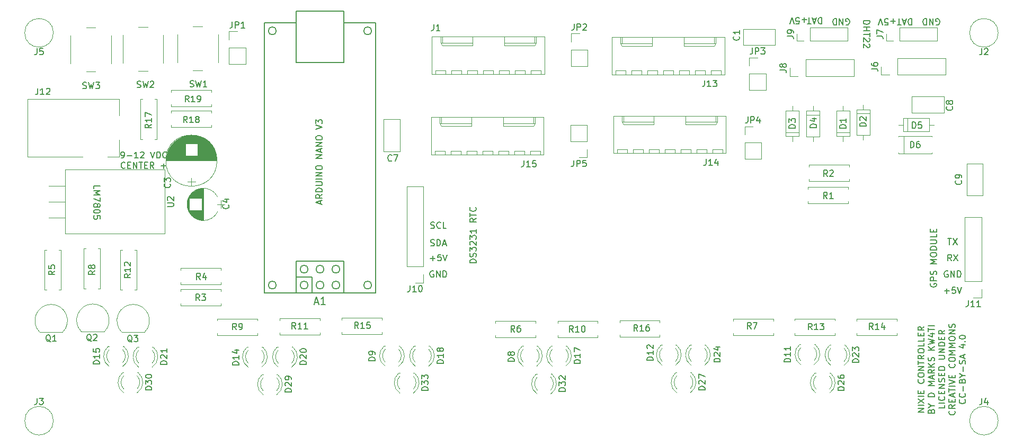
<source format=gbr>
G04 #@! TF.FileFunction,Legend,Top*
%FSLAX46Y46*%
G04 Gerber Fmt 4.6, Leading zero omitted, Abs format (unit mm)*
G04 Created by KiCad (PCBNEW 4.0.7) date 01/02/20 13:10:37*
%MOMM*%
%LPD*%
G01*
G04 APERTURE LIST*
%ADD10C,0.100000*%
%ADD11C,0.150000*%
%ADD12C,0.120000*%
G04 APERTURE END LIST*
D10*
D11*
X159966667Y-78914286D02*
X159966667Y-78438095D01*
X160252381Y-79009524D02*
X159252381Y-78676191D01*
X160252381Y-78342857D01*
X160252381Y-77438095D02*
X159776190Y-77771429D01*
X160252381Y-78009524D02*
X159252381Y-78009524D01*
X159252381Y-77628571D01*
X159300000Y-77533333D01*
X159347619Y-77485714D01*
X159442857Y-77438095D01*
X159585714Y-77438095D01*
X159680952Y-77485714D01*
X159728571Y-77533333D01*
X159776190Y-77628571D01*
X159776190Y-78009524D01*
X160252381Y-77009524D02*
X159252381Y-77009524D01*
X159252381Y-76771429D01*
X159300000Y-76628571D01*
X159395238Y-76533333D01*
X159490476Y-76485714D01*
X159680952Y-76438095D01*
X159823810Y-76438095D01*
X160014286Y-76485714D01*
X160109524Y-76533333D01*
X160204762Y-76628571D01*
X160252381Y-76771429D01*
X160252381Y-77009524D01*
X159252381Y-76009524D02*
X160061905Y-76009524D01*
X160157143Y-75961905D01*
X160204762Y-75914286D01*
X160252381Y-75819048D01*
X160252381Y-75628571D01*
X160204762Y-75533333D01*
X160157143Y-75485714D01*
X160061905Y-75438095D01*
X159252381Y-75438095D01*
X160252381Y-74961905D02*
X159252381Y-74961905D01*
X160252381Y-74485715D02*
X159252381Y-74485715D01*
X160252381Y-73914286D01*
X159252381Y-73914286D01*
X159252381Y-73247620D02*
X159252381Y-73057143D01*
X159300000Y-72961905D01*
X159395238Y-72866667D01*
X159585714Y-72819048D01*
X159919048Y-72819048D01*
X160109524Y-72866667D01*
X160204762Y-72961905D01*
X160252381Y-73057143D01*
X160252381Y-73247620D01*
X160204762Y-73342858D01*
X160109524Y-73438096D01*
X159919048Y-73485715D01*
X159585714Y-73485715D01*
X159395238Y-73438096D01*
X159300000Y-73342858D01*
X159252381Y-73247620D01*
X160252381Y-71628572D02*
X159252381Y-71628572D01*
X160252381Y-71057143D01*
X159252381Y-71057143D01*
X159966667Y-70628572D02*
X159966667Y-70152381D01*
X160252381Y-70723810D02*
X159252381Y-70390477D01*
X160252381Y-70057143D01*
X160252381Y-69723810D02*
X159252381Y-69723810D01*
X160252381Y-69152381D01*
X159252381Y-69152381D01*
X159252381Y-68485715D02*
X159252381Y-68295238D01*
X159300000Y-68200000D01*
X159395238Y-68104762D01*
X159585714Y-68057143D01*
X159919048Y-68057143D01*
X160109524Y-68104762D01*
X160204762Y-68200000D01*
X160252381Y-68295238D01*
X160252381Y-68485715D01*
X160204762Y-68580953D01*
X160109524Y-68676191D01*
X159919048Y-68723810D01*
X159585714Y-68723810D01*
X159395238Y-68676191D01*
X159300000Y-68580953D01*
X159252381Y-68485715D01*
X159252381Y-67009524D02*
X160252381Y-66676191D01*
X159252381Y-66342857D01*
X159252381Y-66104762D02*
X159252381Y-65485714D01*
X159633333Y-65819048D01*
X159633333Y-65676190D01*
X159680952Y-65580952D01*
X159728571Y-65533333D01*
X159823810Y-65485714D01*
X160061905Y-65485714D01*
X160157143Y-65533333D01*
X160204762Y-65580952D01*
X160252381Y-65676190D01*
X160252381Y-65961905D01*
X160204762Y-66057143D01*
X160157143Y-66104762D01*
X123737619Y-76513334D02*
X123737619Y-76037143D01*
X124737619Y-76037143D01*
X123737619Y-76846667D02*
X124737619Y-76846667D01*
X124023333Y-77180001D01*
X124737619Y-77513334D01*
X123737619Y-77513334D01*
X124737619Y-77894286D02*
X124737619Y-78560953D01*
X123737619Y-78132381D01*
X124309048Y-79084762D02*
X124356667Y-78989524D01*
X124404286Y-78941905D01*
X124499524Y-78894286D01*
X124547143Y-78894286D01*
X124642381Y-78941905D01*
X124690000Y-78989524D01*
X124737619Y-79084762D01*
X124737619Y-79275239D01*
X124690000Y-79370477D01*
X124642381Y-79418096D01*
X124547143Y-79465715D01*
X124499524Y-79465715D01*
X124404286Y-79418096D01*
X124356667Y-79370477D01*
X124309048Y-79275239D01*
X124309048Y-79084762D01*
X124261429Y-78989524D01*
X124213810Y-78941905D01*
X124118571Y-78894286D01*
X123928095Y-78894286D01*
X123832857Y-78941905D01*
X123785238Y-78989524D01*
X123737619Y-79084762D01*
X123737619Y-79275239D01*
X123785238Y-79370477D01*
X123832857Y-79418096D01*
X123928095Y-79465715D01*
X124118571Y-79465715D01*
X124213810Y-79418096D01*
X124261429Y-79370477D01*
X124309048Y-79275239D01*
X124737619Y-80084762D02*
X124737619Y-80180001D01*
X124690000Y-80275239D01*
X124642381Y-80322858D01*
X124547143Y-80370477D01*
X124356667Y-80418096D01*
X124118571Y-80418096D01*
X123928095Y-80370477D01*
X123832857Y-80322858D01*
X123785238Y-80275239D01*
X123737619Y-80180001D01*
X123737619Y-80084762D01*
X123785238Y-79989524D01*
X123832857Y-79941905D01*
X123928095Y-79894286D01*
X124118571Y-79846667D01*
X124356667Y-79846667D01*
X124547143Y-79894286D01*
X124642381Y-79941905D01*
X124690000Y-79989524D01*
X124737619Y-80084762D01*
X124737619Y-81322858D02*
X124737619Y-80846667D01*
X124261429Y-80799048D01*
X124309048Y-80846667D01*
X124356667Y-80941905D01*
X124356667Y-81180001D01*
X124309048Y-81275239D01*
X124261429Y-81322858D01*
X124166190Y-81370477D01*
X123928095Y-81370477D01*
X123832857Y-81322858D01*
X123785238Y-81275239D01*
X123737619Y-81180001D01*
X123737619Y-80941905D01*
X123785238Y-80846667D01*
X123832857Y-80799048D01*
X254471429Y-49347619D02*
X254471429Y-50347619D01*
X254233334Y-50347619D01*
X254090476Y-50300000D01*
X253995238Y-50204762D01*
X253947619Y-50109524D01*
X253900000Y-49919048D01*
X253900000Y-49776190D01*
X253947619Y-49585714D01*
X253995238Y-49490476D01*
X254090476Y-49395238D01*
X254233334Y-49347619D01*
X254471429Y-49347619D01*
X253519048Y-49633333D02*
X253042857Y-49633333D01*
X253614286Y-49347619D02*
X253280953Y-50347619D01*
X252947619Y-49347619D01*
X252757143Y-50347619D02*
X252185714Y-50347619D01*
X252471429Y-49347619D02*
X252471429Y-50347619D01*
X240071429Y-49147619D02*
X240071429Y-50147619D01*
X239833334Y-50147619D01*
X239690476Y-50100000D01*
X239595238Y-50004762D01*
X239547619Y-49909524D01*
X239500000Y-49719048D01*
X239500000Y-49576190D01*
X239547619Y-49385714D01*
X239595238Y-49290476D01*
X239690476Y-49195238D01*
X239833334Y-49147619D01*
X240071429Y-49147619D01*
X239119048Y-49433333D02*
X238642857Y-49433333D01*
X239214286Y-49147619D02*
X238880953Y-50147619D01*
X238547619Y-49147619D01*
X238357143Y-50147619D02*
X237785714Y-50147619D01*
X238071429Y-49147619D02*
X238071429Y-50147619D01*
X237685714Y-49528571D02*
X236923809Y-49528571D01*
X237304761Y-49147619D02*
X237304761Y-49909524D01*
X235971428Y-50147619D02*
X236447619Y-50147619D01*
X236495238Y-49671429D01*
X236447619Y-49719048D01*
X236352381Y-49766667D01*
X236114285Y-49766667D01*
X236019047Y-49719048D01*
X235971428Y-49671429D01*
X235923809Y-49576190D01*
X235923809Y-49338095D01*
X235971428Y-49242857D01*
X236019047Y-49195238D01*
X236114285Y-49147619D01*
X236352381Y-49147619D01*
X236447619Y-49195238D01*
X236495238Y-49242857D01*
X235638095Y-50147619D02*
X235304762Y-49147619D01*
X234971428Y-50147619D01*
X251885714Y-49728571D02*
X251123809Y-49728571D01*
X251504761Y-49347619D02*
X251504761Y-50109524D01*
X250171428Y-50347619D02*
X250647619Y-50347619D01*
X250695238Y-49871429D01*
X250647619Y-49919048D01*
X250552381Y-49966667D01*
X250314285Y-49966667D01*
X250219047Y-49919048D01*
X250171428Y-49871429D01*
X250123809Y-49776190D01*
X250123809Y-49538095D01*
X250171428Y-49442857D01*
X250219047Y-49395238D01*
X250314285Y-49347619D01*
X250552381Y-49347619D01*
X250647619Y-49395238D01*
X250695238Y-49442857D01*
X249838095Y-50347619D02*
X249504762Y-49347619D01*
X249171428Y-50347619D01*
X258361904Y-50300000D02*
X258457142Y-50347619D01*
X258599999Y-50347619D01*
X258742857Y-50300000D01*
X258838095Y-50204762D01*
X258885714Y-50109524D01*
X258933333Y-49919048D01*
X258933333Y-49776190D01*
X258885714Y-49585714D01*
X258838095Y-49490476D01*
X258742857Y-49395238D01*
X258599999Y-49347619D01*
X258504761Y-49347619D01*
X258361904Y-49395238D01*
X258314285Y-49442857D01*
X258314285Y-49776190D01*
X258504761Y-49776190D01*
X257885714Y-49347619D02*
X257885714Y-50347619D01*
X257314285Y-49347619D01*
X257314285Y-50347619D01*
X256838095Y-49347619D02*
X256838095Y-50347619D01*
X256600000Y-50347619D01*
X256457142Y-50300000D01*
X256361904Y-50204762D01*
X256314285Y-50109524D01*
X256266666Y-49919048D01*
X256266666Y-49776190D01*
X256314285Y-49585714D01*
X256361904Y-49490476D01*
X256457142Y-49395238D01*
X256600000Y-49347619D01*
X256838095Y-49347619D01*
X243961904Y-50300000D02*
X244057142Y-50347619D01*
X244199999Y-50347619D01*
X244342857Y-50300000D01*
X244438095Y-50204762D01*
X244485714Y-50109524D01*
X244533333Y-49919048D01*
X244533333Y-49776190D01*
X244485714Y-49585714D01*
X244438095Y-49490476D01*
X244342857Y-49395238D01*
X244199999Y-49347619D01*
X244104761Y-49347619D01*
X243961904Y-49395238D01*
X243914285Y-49442857D01*
X243914285Y-49776190D01*
X244104761Y-49776190D01*
X243485714Y-49347619D02*
X243485714Y-50347619D01*
X242914285Y-49347619D01*
X242914285Y-50347619D01*
X242438095Y-49347619D02*
X242438095Y-50347619D01*
X242200000Y-50347619D01*
X242057142Y-50300000D01*
X241961904Y-50204762D01*
X241914285Y-50109524D01*
X241866666Y-49919048D01*
X241866666Y-49776190D01*
X241914285Y-49585714D01*
X241961904Y-49490476D01*
X242057142Y-49395238D01*
X242200000Y-49347619D01*
X242438095Y-49347619D01*
X246747619Y-49680952D02*
X247747619Y-49680952D01*
X247747619Y-49919047D01*
X247700000Y-50061905D01*
X247604762Y-50157143D01*
X247509524Y-50204762D01*
X247319048Y-50252381D01*
X247176190Y-50252381D01*
X246985714Y-50204762D01*
X246890476Y-50157143D01*
X246795238Y-50061905D01*
X246747619Y-49919047D01*
X246747619Y-49680952D01*
X246747619Y-50680952D02*
X247747619Y-50680952D01*
X247271429Y-50680952D02*
X247271429Y-51252381D01*
X246747619Y-51252381D02*
X247747619Y-51252381D01*
X247747619Y-51585714D02*
X247747619Y-52157143D01*
X246747619Y-51871428D02*
X247747619Y-51871428D01*
X247652381Y-52442857D02*
X247700000Y-52490476D01*
X247747619Y-52585714D01*
X247747619Y-52823810D01*
X247700000Y-52919048D01*
X247652381Y-52966667D01*
X247557143Y-53014286D01*
X247461905Y-53014286D01*
X247319048Y-52966667D01*
X246747619Y-52395238D01*
X246747619Y-53014286D01*
X247652381Y-53395238D02*
X247700000Y-53442857D01*
X247747619Y-53538095D01*
X247747619Y-53776191D01*
X247700000Y-53871429D01*
X247652381Y-53919048D01*
X247557143Y-53966667D01*
X247461905Y-53966667D01*
X247319048Y-53919048D01*
X246747619Y-53347619D01*
X246747619Y-53966667D01*
X257500000Y-91671428D02*
X257452381Y-91766666D01*
X257452381Y-91909523D01*
X257500000Y-92052381D01*
X257595238Y-92147619D01*
X257690476Y-92195238D01*
X257880952Y-92242857D01*
X258023810Y-92242857D01*
X258214286Y-92195238D01*
X258309524Y-92147619D01*
X258404762Y-92052381D01*
X258452381Y-91909523D01*
X258452381Y-91814285D01*
X258404762Y-91671428D01*
X258357143Y-91623809D01*
X258023810Y-91623809D01*
X258023810Y-91814285D01*
X258452381Y-91195238D02*
X257452381Y-91195238D01*
X257452381Y-90814285D01*
X257500000Y-90719047D01*
X257547619Y-90671428D01*
X257642857Y-90623809D01*
X257785714Y-90623809D01*
X257880952Y-90671428D01*
X257928571Y-90719047D01*
X257976190Y-90814285D01*
X257976190Y-91195238D01*
X258404762Y-90242857D02*
X258452381Y-90100000D01*
X258452381Y-89861904D01*
X258404762Y-89766666D01*
X258357143Y-89719047D01*
X258261905Y-89671428D01*
X258166667Y-89671428D01*
X258071429Y-89719047D01*
X258023810Y-89766666D01*
X257976190Y-89861904D01*
X257928571Y-90052381D01*
X257880952Y-90147619D01*
X257833333Y-90195238D01*
X257738095Y-90242857D01*
X257642857Y-90242857D01*
X257547619Y-90195238D01*
X257500000Y-90147619D01*
X257452381Y-90052381D01*
X257452381Y-89814285D01*
X257500000Y-89671428D01*
X258452381Y-88480952D02*
X257452381Y-88480952D01*
X258166667Y-88147618D01*
X257452381Y-87814285D01*
X258452381Y-87814285D01*
X257452381Y-87147619D02*
X257452381Y-86957142D01*
X257500000Y-86861904D01*
X257595238Y-86766666D01*
X257785714Y-86719047D01*
X258119048Y-86719047D01*
X258309524Y-86766666D01*
X258404762Y-86861904D01*
X258452381Y-86957142D01*
X258452381Y-87147619D01*
X258404762Y-87242857D01*
X258309524Y-87338095D01*
X258119048Y-87385714D01*
X257785714Y-87385714D01*
X257595238Y-87338095D01*
X257500000Y-87242857D01*
X257452381Y-87147619D01*
X258452381Y-86290476D02*
X257452381Y-86290476D01*
X257452381Y-86052381D01*
X257500000Y-85909523D01*
X257595238Y-85814285D01*
X257690476Y-85766666D01*
X257880952Y-85719047D01*
X258023810Y-85719047D01*
X258214286Y-85766666D01*
X258309524Y-85814285D01*
X258404762Y-85909523D01*
X258452381Y-86052381D01*
X258452381Y-86290476D01*
X257452381Y-85290476D02*
X258261905Y-85290476D01*
X258357143Y-85242857D01*
X258404762Y-85195238D01*
X258452381Y-85100000D01*
X258452381Y-84909523D01*
X258404762Y-84814285D01*
X258357143Y-84766666D01*
X258261905Y-84719047D01*
X257452381Y-84719047D01*
X258452381Y-83766666D02*
X258452381Y-84242857D01*
X257452381Y-84242857D01*
X257928571Y-83433333D02*
X257928571Y-83099999D01*
X258452381Y-82957142D02*
X258452381Y-83433333D01*
X257452381Y-83433333D01*
X257452381Y-82957142D01*
X259714286Y-92871429D02*
X260476191Y-92871429D01*
X260095239Y-93252381D02*
X260095239Y-92490476D01*
X261428572Y-92252381D02*
X260952381Y-92252381D01*
X260904762Y-92728571D01*
X260952381Y-92680952D01*
X261047619Y-92633333D01*
X261285715Y-92633333D01*
X261380953Y-92680952D01*
X261428572Y-92728571D01*
X261476191Y-92823810D01*
X261476191Y-93061905D01*
X261428572Y-93157143D01*
X261380953Y-93204762D01*
X261285715Y-93252381D01*
X261047619Y-93252381D01*
X260952381Y-93204762D01*
X260904762Y-93157143D01*
X261761905Y-92252381D02*
X262095238Y-93252381D01*
X262428572Y-92252381D01*
X260238096Y-89700000D02*
X260142858Y-89652381D01*
X260000001Y-89652381D01*
X259857143Y-89700000D01*
X259761905Y-89795238D01*
X259714286Y-89890476D01*
X259666667Y-90080952D01*
X259666667Y-90223810D01*
X259714286Y-90414286D01*
X259761905Y-90509524D01*
X259857143Y-90604762D01*
X260000001Y-90652381D01*
X260095239Y-90652381D01*
X260238096Y-90604762D01*
X260285715Y-90557143D01*
X260285715Y-90223810D01*
X260095239Y-90223810D01*
X260714286Y-90652381D02*
X260714286Y-89652381D01*
X261285715Y-90652381D01*
X261285715Y-89652381D01*
X261761905Y-90652381D02*
X261761905Y-89652381D01*
X262000000Y-89652381D01*
X262142858Y-89700000D01*
X262238096Y-89795238D01*
X262285715Y-89890476D01*
X262333334Y-90080952D01*
X262333334Y-90223810D01*
X262285715Y-90414286D01*
X262238096Y-90509524D01*
X262142858Y-90604762D01*
X262000000Y-90652381D01*
X261761905Y-90652381D01*
X260833334Y-88052381D02*
X260500000Y-87576190D01*
X260261905Y-88052381D02*
X260261905Y-87052381D01*
X260642858Y-87052381D01*
X260738096Y-87100000D01*
X260785715Y-87147619D01*
X260833334Y-87242857D01*
X260833334Y-87385714D01*
X260785715Y-87480952D01*
X260738096Y-87528571D01*
X260642858Y-87576190D01*
X260261905Y-87576190D01*
X261166667Y-87052381D02*
X261833334Y-88052381D01*
X261833334Y-87052381D02*
X261166667Y-88052381D01*
X260238095Y-84452381D02*
X260809524Y-84452381D01*
X260523809Y-85452381D02*
X260523809Y-84452381D01*
X261047619Y-84452381D02*
X261714286Y-85452381D01*
X261714286Y-84452381D02*
X261047619Y-85452381D01*
X177609524Y-82804762D02*
X177752381Y-82852381D01*
X177990477Y-82852381D01*
X178085715Y-82804762D01*
X178133334Y-82757143D01*
X178180953Y-82661905D01*
X178180953Y-82566667D01*
X178133334Y-82471429D01*
X178085715Y-82423810D01*
X177990477Y-82376190D01*
X177800000Y-82328571D01*
X177704762Y-82280952D01*
X177657143Y-82233333D01*
X177609524Y-82138095D01*
X177609524Y-82042857D01*
X177657143Y-81947619D01*
X177704762Y-81900000D01*
X177800000Y-81852381D01*
X178038096Y-81852381D01*
X178180953Y-81900000D01*
X179180953Y-82757143D02*
X179133334Y-82804762D01*
X178990477Y-82852381D01*
X178895239Y-82852381D01*
X178752381Y-82804762D01*
X178657143Y-82709524D01*
X178609524Y-82614286D01*
X178561905Y-82423810D01*
X178561905Y-82280952D01*
X178609524Y-82090476D01*
X178657143Y-81995238D01*
X178752381Y-81900000D01*
X178895239Y-81852381D01*
X178990477Y-81852381D01*
X179133334Y-81900000D01*
X179180953Y-81947619D01*
X180085715Y-82852381D02*
X179609524Y-82852381D01*
X179609524Y-81852381D01*
X177585714Y-85604762D02*
X177728571Y-85652381D01*
X177966667Y-85652381D01*
X178061905Y-85604762D01*
X178109524Y-85557143D01*
X178157143Y-85461905D01*
X178157143Y-85366667D01*
X178109524Y-85271429D01*
X178061905Y-85223810D01*
X177966667Y-85176190D01*
X177776190Y-85128571D01*
X177680952Y-85080952D01*
X177633333Y-85033333D01*
X177585714Y-84938095D01*
X177585714Y-84842857D01*
X177633333Y-84747619D01*
X177680952Y-84700000D01*
X177776190Y-84652381D01*
X178014286Y-84652381D01*
X178157143Y-84700000D01*
X178585714Y-85652381D02*
X178585714Y-84652381D01*
X178823809Y-84652381D01*
X178966667Y-84700000D01*
X179061905Y-84795238D01*
X179109524Y-84890476D01*
X179157143Y-85080952D01*
X179157143Y-85223810D01*
X179109524Y-85414286D01*
X179061905Y-85509524D01*
X178966667Y-85604762D01*
X178823809Y-85652381D01*
X178585714Y-85652381D01*
X179538095Y-85366667D02*
X180014286Y-85366667D01*
X179442857Y-85652381D02*
X179776190Y-84652381D01*
X180109524Y-85652381D01*
X177514286Y-87671429D02*
X178276191Y-87671429D01*
X177895239Y-88052381D02*
X177895239Y-87290476D01*
X179228572Y-87052381D02*
X178752381Y-87052381D01*
X178704762Y-87528571D01*
X178752381Y-87480952D01*
X178847619Y-87433333D01*
X179085715Y-87433333D01*
X179180953Y-87480952D01*
X179228572Y-87528571D01*
X179276191Y-87623810D01*
X179276191Y-87861905D01*
X179228572Y-87957143D01*
X179180953Y-88004762D01*
X179085715Y-88052381D01*
X178847619Y-88052381D01*
X178752381Y-88004762D01*
X178704762Y-87957143D01*
X179561905Y-87052381D02*
X179895238Y-88052381D01*
X180228572Y-87052381D01*
X178038096Y-89700000D02*
X177942858Y-89652381D01*
X177800001Y-89652381D01*
X177657143Y-89700000D01*
X177561905Y-89795238D01*
X177514286Y-89890476D01*
X177466667Y-90080952D01*
X177466667Y-90223810D01*
X177514286Y-90414286D01*
X177561905Y-90509524D01*
X177657143Y-90604762D01*
X177800001Y-90652381D01*
X177895239Y-90652381D01*
X178038096Y-90604762D01*
X178085715Y-90557143D01*
X178085715Y-90223810D01*
X177895239Y-90223810D01*
X178514286Y-90652381D02*
X178514286Y-89652381D01*
X179085715Y-90652381D01*
X179085715Y-89652381D01*
X179561905Y-90652381D02*
X179561905Y-89652381D01*
X179800000Y-89652381D01*
X179942858Y-89700000D01*
X180038096Y-89795238D01*
X180085715Y-89890476D01*
X180133334Y-90080952D01*
X180133334Y-90223810D01*
X180085715Y-90414286D01*
X180038096Y-90509524D01*
X179942858Y-90604762D01*
X179800000Y-90652381D01*
X179561905Y-90652381D01*
X184852381Y-88354762D02*
X183852381Y-88354762D01*
X183852381Y-88116667D01*
X183900000Y-87973809D01*
X183995238Y-87878571D01*
X184090476Y-87830952D01*
X184280952Y-87783333D01*
X184423810Y-87783333D01*
X184614286Y-87830952D01*
X184709524Y-87878571D01*
X184804762Y-87973809D01*
X184852381Y-88116667D01*
X184852381Y-88354762D01*
X184804762Y-87402381D02*
X184852381Y-87259524D01*
X184852381Y-87021428D01*
X184804762Y-86926190D01*
X184757143Y-86878571D01*
X184661905Y-86830952D01*
X184566667Y-86830952D01*
X184471429Y-86878571D01*
X184423810Y-86926190D01*
X184376190Y-87021428D01*
X184328571Y-87211905D01*
X184280952Y-87307143D01*
X184233333Y-87354762D01*
X184138095Y-87402381D01*
X184042857Y-87402381D01*
X183947619Y-87354762D01*
X183900000Y-87307143D01*
X183852381Y-87211905D01*
X183852381Y-86973809D01*
X183900000Y-86830952D01*
X183852381Y-86497619D02*
X183852381Y-85878571D01*
X184233333Y-86211905D01*
X184233333Y-86069047D01*
X184280952Y-85973809D01*
X184328571Y-85926190D01*
X184423810Y-85878571D01*
X184661905Y-85878571D01*
X184757143Y-85926190D01*
X184804762Y-85973809D01*
X184852381Y-86069047D01*
X184852381Y-86354762D01*
X184804762Y-86450000D01*
X184757143Y-86497619D01*
X183947619Y-85497619D02*
X183900000Y-85450000D01*
X183852381Y-85354762D01*
X183852381Y-85116666D01*
X183900000Y-85021428D01*
X183947619Y-84973809D01*
X184042857Y-84926190D01*
X184138095Y-84926190D01*
X184280952Y-84973809D01*
X184852381Y-85545238D01*
X184852381Y-84926190D01*
X183852381Y-84592857D02*
X183852381Y-83973809D01*
X184233333Y-84307143D01*
X184233333Y-84164285D01*
X184280952Y-84069047D01*
X184328571Y-84021428D01*
X184423810Y-83973809D01*
X184661905Y-83973809D01*
X184757143Y-84021428D01*
X184804762Y-84069047D01*
X184852381Y-84164285D01*
X184852381Y-84450000D01*
X184804762Y-84545238D01*
X184757143Y-84592857D01*
X184852381Y-83021428D02*
X184852381Y-83592857D01*
X184852381Y-83307143D02*
X183852381Y-83307143D01*
X183995238Y-83402381D01*
X184090476Y-83497619D01*
X184138095Y-83592857D01*
X184852381Y-81259523D02*
X184376190Y-81592857D01*
X184852381Y-81830952D02*
X183852381Y-81830952D01*
X183852381Y-81449999D01*
X183900000Y-81354761D01*
X183947619Y-81307142D01*
X184042857Y-81259523D01*
X184185714Y-81259523D01*
X184280952Y-81307142D01*
X184328571Y-81354761D01*
X184376190Y-81449999D01*
X184376190Y-81830952D01*
X183852381Y-80973809D02*
X183852381Y-80402380D01*
X184852381Y-80688095D02*
X183852381Y-80688095D01*
X184757143Y-79497618D02*
X184804762Y-79545237D01*
X184852381Y-79688094D01*
X184852381Y-79783332D01*
X184804762Y-79926190D01*
X184709524Y-80021428D01*
X184614286Y-80069047D01*
X184423810Y-80116666D01*
X184280952Y-80116666D01*
X184090476Y-80069047D01*
X183995238Y-80021428D01*
X183900000Y-79926190D01*
X183852381Y-79783332D01*
X183852381Y-79688094D01*
X183900000Y-79545237D01*
X183947619Y-79497618D01*
X128158571Y-71627381D02*
X128349047Y-71627381D01*
X128444286Y-71579762D01*
X128491905Y-71532143D01*
X128587143Y-71389286D01*
X128634762Y-71198810D01*
X128634762Y-70817857D01*
X128587143Y-70722619D01*
X128539524Y-70675000D01*
X128444286Y-70627381D01*
X128253809Y-70627381D01*
X128158571Y-70675000D01*
X128110952Y-70722619D01*
X128063333Y-70817857D01*
X128063333Y-71055952D01*
X128110952Y-71151190D01*
X128158571Y-71198810D01*
X128253809Y-71246429D01*
X128444286Y-71246429D01*
X128539524Y-71198810D01*
X128587143Y-71151190D01*
X128634762Y-71055952D01*
X129063333Y-71246429D02*
X129825238Y-71246429D01*
X130825238Y-71627381D02*
X130253809Y-71627381D01*
X130539523Y-71627381D02*
X130539523Y-70627381D01*
X130444285Y-70770238D01*
X130349047Y-70865476D01*
X130253809Y-70913095D01*
X131206190Y-70722619D02*
X131253809Y-70675000D01*
X131349047Y-70627381D01*
X131587143Y-70627381D01*
X131682381Y-70675000D01*
X131730000Y-70722619D01*
X131777619Y-70817857D01*
X131777619Y-70913095D01*
X131730000Y-71055952D01*
X131158571Y-71627381D01*
X131777619Y-71627381D01*
X132825238Y-70627381D02*
X133158571Y-71627381D01*
X133491905Y-70627381D01*
X133825238Y-71627381D02*
X133825238Y-70627381D01*
X134063333Y-70627381D01*
X134206191Y-70675000D01*
X134301429Y-70770238D01*
X134349048Y-70865476D01*
X134396667Y-71055952D01*
X134396667Y-71198810D01*
X134349048Y-71389286D01*
X134301429Y-71484524D01*
X134206191Y-71579762D01*
X134063333Y-71627381D01*
X133825238Y-71627381D01*
X135396667Y-71532143D02*
X135349048Y-71579762D01*
X135206191Y-71627381D01*
X135110953Y-71627381D01*
X134968095Y-71579762D01*
X134872857Y-71484524D01*
X134825238Y-71389286D01*
X134777619Y-71198810D01*
X134777619Y-71055952D01*
X134825238Y-70865476D01*
X134872857Y-70770238D01*
X134968095Y-70675000D01*
X135110953Y-70627381D01*
X135206191Y-70627381D01*
X135349048Y-70675000D01*
X135396667Y-70722619D01*
X128730000Y-73182143D02*
X128682381Y-73229762D01*
X128539524Y-73277381D01*
X128444286Y-73277381D01*
X128301428Y-73229762D01*
X128206190Y-73134524D01*
X128158571Y-73039286D01*
X128110952Y-72848810D01*
X128110952Y-72705952D01*
X128158571Y-72515476D01*
X128206190Y-72420238D01*
X128301428Y-72325000D01*
X128444286Y-72277381D01*
X128539524Y-72277381D01*
X128682381Y-72325000D01*
X128730000Y-72372619D01*
X129158571Y-72753571D02*
X129491905Y-72753571D01*
X129634762Y-73277381D02*
X129158571Y-73277381D01*
X129158571Y-72277381D01*
X129634762Y-72277381D01*
X130063333Y-73277381D02*
X130063333Y-72277381D01*
X130634762Y-73277381D01*
X130634762Y-72277381D01*
X130968095Y-72277381D02*
X131539524Y-72277381D01*
X131253809Y-73277381D02*
X131253809Y-72277381D01*
X131872857Y-72753571D02*
X132206191Y-72753571D01*
X132349048Y-73277381D02*
X131872857Y-73277381D01*
X131872857Y-72277381D01*
X132349048Y-72277381D01*
X133349048Y-73277381D02*
X133015714Y-72801190D01*
X132777619Y-73277381D02*
X132777619Y-72277381D01*
X133158572Y-72277381D01*
X133253810Y-72325000D01*
X133301429Y-72372619D01*
X133349048Y-72467857D01*
X133349048Y-72610714D01*
X133301429Y-72705952D01*
X133253810Y-72753571D01*
X133158572Y-72801190D01*
X132777619Y-72801190D01*
X134539524Y-72896429D02*
X135301429Y-72896429D01*
X134920477Y-73277381D02*
X134920477Y-72515476D01*
X256452381Y-112185714D02*
X255452381Y-112185714D01*
X256452381Y-111614285D01*
X255452381Y-111614285D01*
X256452381Y-111138095D02*
X255452381Y-111138095D01*
X255452381Y-110757143D02*
X256452381Y-110090476D01*
X255452381Y-110090476D02*
X256452381Y-110757143D01*
X256452381Y-109709524D02*
X255452381Y-109709524D01*
X255928571Y-109233334D02*
X255928571Y-108900000D01*
X256452381Y-108757143D02*
X256452381Y-109233334D01*
X255452381Y-109233334D01*
X255452381Y-108757143D01*
X256357143Y-106995238D02*
X256404762Y-107042857D01*
X256452381Y-107185714D01*
X256452381Y-107280952D01*
X256404762Y-107423810D01*
X256309524Y-107519048D01*
X256214286Y-107566667D01*
X256023810Y-107614286D01*
X255880952Y-107614286D01*
X255690476Y-107566667D01*
X255595238Y-107519048D01*
X255500000Y-107423810D01*
X255452381Y-107280952D01*
X255452381Y-107185714D01*
X255500000Y-107042857D01*
X255547619Y-106995238D01*
X255452381Y-106376191D02*
X255452381Y-106185714D01*
X255500000Y-106090476D01*
X255595238Y-105995238D01*
X255785714Y-105947619D01*
X256119048Y-105947619D01*
X256309524Y-105995238D01*
X256404762Y-106090476D01*
X256452381Y-106185714D01*
X256452381Y-106376191D01*
X256404762Y-106471429D01*
X256309524Y-106566667D01*
X256119048Y-106614286D01*
X255785714Y-106614286D01*
X255595238Y-106566667D01*
X255500000Y-106471429D01*
X255452381Y-106376191D01*
X256452381Y-105519048D02*
X255452381Y-105519048D01*
X256452381Y-104947619D01*
X255452381Y-104947619D01*
X255452381Y-104614286D02*
X255452381Y-104042857D01*
X256452381Y-104328572D02*
X255452381Y-104328572D01*
X256452381Y-103138095D02*
X255976190Y-103471429D01*
X256452381Y-103709524D02*
X255452381Y-103709524D01*
X255452381Y-103328571D01*
X255500000Y-103233333D01*
X255547619Y-103185714D01*
X255642857Y-103138095D01*
X255785714Y-103138095D01*
X255880952Y-103185714D01*
X255928571Y-103233333D01*
X255976190Y-103328571D01*
X255976190Y-103709524D01*
X255452381Y-102519048D02*
X255452381Y-102328571D01*
X255500000Y-102233333D01*
X255595238Y-102138095D01*
X255785714Y-102090476D01*
X256119048Y-102090476D01*
X256309524Y-102138095D01*
X256404762Y-102233333D01*
X256452381Y-102328571D01*
X256452381Y-102519048D01*
X256404762Y-102614286D01*
X256309524Y-102709524D01*
X256119048Y-102757143D01*
X255785714Y-102757143D01*
X255595238Y-102709524D01*
X255500000Y-102614286D01*
X255452381Y-102519048D01*
X256452381Y-101185714D02*
X256452381Y-101661905D01*
X255452381Y-101661905D01*
X256452381Y-100376190D02*
X256452381Y-100852381D01*
X255452381Y-100852381D01*
X255928571Y-100042857D02*
X255928571Y-99709523D01*
X256452381Y-99566666D02*
X256452381Y-100042857D01*
X255452381Y-100042857D01*
X255452381Y-99566666D01*
X256452381Y-98566666D02*
X255976190Y-98900000D01*
X256452381Y-99138095D02*
X255452381Y-99138095D01*
X255452381Y-98757142D01*
X255500000Y-98661904D01*
X255547619Y-98614285D01*
X255642857Y-98566666D01*
X255785714Y-98566666D01*
X255880952Y-98614285D01*
X255928571Y-98661904D01*
X255976190Y-98757142D01*
X255976190Y-99138095D01*
X257578571Y-112042857D02*
X257626190Y-111900000D01*
X257673810Y-111852381D01*
X257769048Y-111804762D01*
X257911905Y-111804762D01*
X258007143Y-111852381D01*
X258054762Y-111900000D01*
X258102381Y-111995238D01*
X258102381Y-112376191D01*
X257102381Y-112376191D01*
X257102381Y-112042857D01*
X257150000Y-111947619D01*
X257197619Y-111900000D01*
X257292857Y-111852381D01*
X257388095Y-111852381D01*
X257483333Y-111900000D01*
X257530952Y-111947619D01*
X257578571Y-112042857D01*
X257578571Y-112376191D01*
X257626190Y-111185715D02*
X258102381Y-111185715D01*
X257102381Y-111519048D02*
X257626190Y-111185715D01*
X257102381Y-110852381D01*
X258102381Y-109757143D02*
X257102381Y-109757143D01*
X257102381Y-109519048D01*
X257150000Y-109376190D01*
X257245238Y-109280952D01*
X257340476Y-109233333D01*
X257530952Y-109185714D01*
X257673810Y-109185714D01*
X257864286Y-109233333D01*
X257959524Y-109280952D01*
X258054762Y-109376190D01*
X258102381Y-109519048D01*
X258102381Y-109757143D01*
X258102381Y-107995238D02*
X257102381Y-107995238D01*
X257816667Y-107661904D01*
X257102381Y-107328571D01*
X258102381Y-107328571D01*
X257816667Y-106900000D02*
X257816667Y-106423809D01*
X258102381Y-106995238D02*
X257102381Y-106661905D01*
X258102381Y-106328571D01*
X258102381Y-105423809D02*
X257626190Y-105757143D01*
X258102381Y-105995238D02*
X257102381Y-105995238D01*
X257102381Y-105614285D01*
X257150000Y-105519047D01*
X257197619Y-105471428D01*
X257292857Y-105423809D01*
X257435714Y-105423809D01*
X257530952Y-105471428D01*
X257578571Y-105519047D01*
X257626190Y-105614285D01*
X257626190Y-105995238D01*
X258102381Y-104995238D02*
X257102381Y-104995238D01*
X258102381Y-104423809D02*
X257530952Y-104852381D01*
X257102381Y-104423809D02*
X257673810Y-104995238D01*
X258054762Y-104042857D02*
X258102381Y-103900000D01*
X258102381Y-103661904D01*
X258054762Y-103566666D01*
X258007143Y-103519047D01*
X257911905Y-103471428D01*
X257816667Y-103471428D01*
X257721429Y-103519047D01*
X257673810Y-103566666D01*
X257626190Y-103661904D01*
X257578571Y-103852381D01*
X257530952Y-103947619D01*
X257483333Y-103995238D01*
X257388095Y-104042857D01*
X257292857Y-104042857D01*
X257197619Y-103995238D01*
X257150000Y-103947619D01*
X257102381Y-103852381D01*
X257102381Y-103614285D01*
X257150000Y-103471428D01*
X258102381Y-102280952D02*
X257102381Y-102280952D01*
X258102381Y-101709523D02*
X257530952Y-102138095D01*
X257102381Y-101709523D02*
X257673810Y-102280952D01*
X257102381Y-101376190D02*
X258102381Y-101138095D01*
X257388095Y-100947618D01*
X258102381Y-100757142D01*
X257102381Y-100519047D01*
X257435714Y-99709523D02*
X258102381Y-99709523D01*
X257054762Y-99947619D02*
X257769048Y-100185714D01*
X257769048Y-99566666D01*
X257102381Y-99328571D02*
X257102381Y-98757142D01*
X258102381Y-99042857D02*
X257102381Y-99042857D01*
X258102381Y-98423809D02*
X257102381Y-98423809D01*
X259752381Y-111114285D02*
X259752381Y-111590476D01*
X258752381Y-111590476D01*
X259752381Y-110780952D02*
X258752381Y-110780952D01*
X259657143Y-109733333D02*
X259704762Y-109780952D01*
X259752381Y-109923809D01*
X259752381Y-110019047D01*
X259704762Y-110161905D01*
X259609524Y-110257143D01*
X259514286Y-110304762D01*
X259323810Y-110352381D01*
X259180952Y-110352381D01*
X258990476Y-110304762D01*
X258895238Y-110257143D01*
X258800000Y-110161905D01*
X258752381Y-110019047D01*
X258752381Y-109923809D01*
X258800000Y-109780952D01*
X258847619Y-109733333D01*
X259228571Y-109304762D02*
X259228571Y-108971428D01*
X259752381Y-108828571D02*
X259752381Y-109304762D01*
X258752381Y-109304762D01*
X258752381Y-108828571D01*
X259752381Y-108400000D02*
X258752381Y-108400000D01*
X259752381Y-107828571D01*
X258752381Y-107828571D01*
X259704762Y-107400000D02*
X259752381Y-107257143D01*
X259752381Y-107019047D01*
X259704762Y-106923809D01*
X259657143Y-106876190D01*
X259561905Y-106828571D01*
X259466667Y-106828571D01*
X259371429Y-106876190D01*
X259323810Y-106923809D01*
X259276190Y-107019047D01*
X259228571Y-107209524D01*
X259180952Y-107304762D01*
X259133333Y-107352381D01*
X259038095Y-107400000D01*
X258942857Y-107400000D01*
X258847619Y-107352381D01*
X258800000Y-107304762D01*
X258752381Y-107209524D01*
X258752381Y-106971428D01*
X258800000Y-106828571D01*
X259228571Y-106400000D02*
X259228571Y-106066666D01*
X259752381Y-105923809D02*
X259752381Y-106400000D01*
X258752381Y-106400000D01*
X258752381Y-105923809D01*
X259752381Y-105495238D02*
X258752381Y-105495238D01*
X258752381Y-105257143D01*
X258800000Y-105114285D01*
X258895238Y-105019047D01*
X258990476Y-104971428D01*
X259180952Y-104923809D01*
X259323810Y-104923809D01*
X259514286Y-104971428D01*
X259609524Y-105019047D01*
X259704762Y-105114285D01*
X259752381Y-105257143D01*
X259752381Y-105495238D01*
X258752381Y-103733333D02*
X259561905Y-103733333D01*
X259657143Y-103685714D01*
X259704762Y-103638095D01*
X259752381Y-103542857D01*
X259752381Y-103352380D01*
X259704762Y-103257142D01*
X259657143Y-103209523D01*
X259561905Y-103161904D01*
X258752381Y-103161904D01*
X259752381Y-102685714D02*
X258752381Y-102685714D01*
X259752381Y-102114285D01*
X258752381Y-102114285D01*
X259752381Y-101638095D02*
X258752381Y-101638095D01*
X258752381Y-101400000D01*
X258800000Y-101257142D01*
X258895238Y-101161904D01*
X258990476Y-101114285D01*
X259180952Y-101066666D01*
X259323810Y-101066666D01*
X259514286Y-101114285D01*
X259609524Y-101161904D01*
X259704762Y-101257142D01*
X259752381Y-101400000D01*
X259752381Y-101638095D01*
X259228571Y-100638095D02*
X259228571Y-100304761D01*
X259752381Y-100161904D02*
X259752381Y-100638095D01*
X258752381Y-100638095D01*
X258752381Y-100161904D01*
X259752381Y-99161904D02*
X259276190Y-99495238D01*
X259752381Y-99733333D02*
X258752381Y-99733333D01*
X258752381Y-99352380D01*
X258800000Y-99257142D01*
X258847619Y-99209523D01*
X258942857Y-99161904D01*
X259085714Y-99161904D01*
X259180952Y-99209523D01*
X259228571Y-99257142D01*
X259276190Y-99352380D01*
X259276190Y-99733333D01*
X261307143Y-112042857D02*
X261354762Y-112090476D01*
X261402381Y-112233333D01*
X261402381Y-112328571D01*
X261354762Y-112471429D01*
X261259524Y-112566667D01*
X261164286Y-112614286D01*
X260973810Y-112661905D01*
X260830952Y-112661905D01*
X260640476Y-112614286D01*
X260545238Y-112566667D01*
X260450000Y-112471429D01*
X260402381Y-112328571D01*
X260402381Y-112233333D01*
X260450000Y-112090476D01*
X260497619Y-112042857D01*
X261402381Y-111042857D02*
X260926190Y-111376191D01*
X261402381Y-111614286D02*
X260402381Y-111614286D01*
X260402381Y-111233333D01*
X260450000Y-111138095D01*
X260497619Y-111090476D01*
X260592857Y-111042857D01*
X260735714Y-111042857D01*
X260830952Y-111090476D01*
X260878571Y-111138095D01*
X260926190Y-111233333D01*
X260926190Y-111614286D01*
X260878571Y-110614286D02*
X260878571Y-110280952D01*
X261402381Y-110138095D02*
X261402381Y-110614286D01*
X260402381Y-110614286D01*
X260402381Y-110138095D01*
X261116667Y-109757143D02*
X261116667Y-109280952D01*
X261402381Y-109852381D02*
X260402381Y-109519048D01*
X261402381Y-109185714D01*
X260402381Y-108995238D02*
X260402381Y-108423809D01*
X261402381Y-108709524D02*
X260402381Y-108709524D01*
X261402381Y-108090476D02*
X260402381Y-108090476D01*
X260402381Y-107757143D02*
X261402381Y-107423810D01*
X260402381Y-107090476D01*
X260878571Y-106757143D02*
X260878571Y-106423809D01*
X261402381Y-106280952D02*
X261402381Y-106757143D01*
X260402381Y-106757143D01*
X260402381Y-106280952D01*
X261307143Y-104519047D02*
X261354762Y-104566666D01*
X261402381Y-104709523D01*
X261402381Y-104804761D01*
X261354762Y-104947619D01*
X261259524Y-105042857D01*
X261164286Y-105090476D01*
X260973810Y-105138095D01*
X260830952Y-105138095D01*
X260640476Y-105090476D01*
X260545238Y-105042857D01*
X260450000Y-104947619D01*
X260402381Y-104804761D01*
X260402381Y-104709523D01*
X260450000Y-104566666D01*
X260497619Y-104519047D01*
X260402381Y-103900000D02*
X260402381Y-103709523D01*
X260450000Y-103614285D01*
X260545238Y-103519047D01*
X260735714Y-103471428D01*
X261069048Y-103471428D01*
X261259524Y-103519047D01*
X261354762Y-103614285D01*
X261402381Y-103709523D01*
X261402381Y-103900000D01*
X261354762Y-103995238D01*
X261259524Y-104090476D01*
X261069048Y-104138095D01*
X260735714Y-104138095D01*
X260545238Y-104090476D01*
X260450000Y-103995238D01*
X260402381Y-103900000D01*
X261402381Y-103042857D02*
X260402381Y-103042857D01*
X261116667Y-102709523D01*
X260402381Y-102376190D01*
X261402381Y-102376190D01*
X261402381Y-101900000D02*
X260402381Y-101900000D01*
X261116667Y-101566666D01*
X260402381Y-101233333D01*
X261402381Y-101233333D01*
X260402381Y-100566667D02*
X260402381Y-100376190D01*
X260450000Y-100280952D01*
X260545238Y-100185714D01*
X260735714Y-100138095D01*
X261069048Y-100138095D01*
X261259524Y-100185714D01*
X261354762Y-100280952D01*
X261402381Y-100376190D01*
X261402381Y-100566667D01*
X261354762Y-100661905D01*
X261259524Y-100757143D01*
X261069048Y-100804762D01*
X260735714Y-100804762D01*
X260545238Y-100757143D01*
X260450000Y-100661905D01*
X260402381Y-100566667D01*
X261402381Y-99709524D02*
X260402381Y-99709524D01*
X261402381Y-99138095D01*
X260402381Y-99138095D01*
X261354762Y-98709524D02*
X261402381Y-98566667D01*
X261402381Y-98328571D01*
X261354762Y-98233333D01*
X261307143Y-98185714D01*
X261211905Y-98138095D01*
X261116667Y-98138095D01*
X261021429Y-98185714D01*
X260973810Y-98233333D01*
X260926190Y-98328571D01*
X260878571Y-98519048D01*
X260830952Y-98614286D01*
X260783333Y-98661905D01*
X260688095Y-98709524D01*
X260592857Y-98709524D01*
X260497619Y-98661905D01*
X260450000Y-98614286D01*
X260402381Y-98519048D01*
X260402381Y-98280952D01*
X260450000Y-98138095D01*
X262957143Y-110233333D02*
X263004762Y-110280952D01*
X263052381Y-110423809D01*
X263052381Y-110519047D01*
X263004762Y-110661905D01*
X262909524Y-110757143D01*
X262814286Y-110804762D01*
X262623810Y-110852381D01*
X262480952Y-110852381D01*
X262290476Y-110804762D01*
X262195238Y-110757143D01*
X262100000Y-110661905D01*
X262052381Y-110519047D01*
X262052381Y-110423809D01*
X262100000Y-110280952D01*
X262147619Y-110233333D01*
X262957143Y-109233333D02*
X263004762Y-109280952D01*
X263052381Y-109423809D01*
X263052381Y-109519047D01*
X263004762Y-109661905D01*
X262909524Y-109757143D01*
X262814286Y-109804762D01*
X262623810Y-109852381D01*
X262480952Y-109852381D01*
X262290476Y-109804762D01*
X262195238Y-109757143D01*
X262100000Y-109661905D01*
X262052381Y-109519047D01*
X262052381Y-109423809D01*
X262100000Y-109280952D01*
X262147619Y-109233333D01*
X262671429Y-108804762D02*
X262671429Y-108042857D01*
X262528571Y-107233333D02*
X262576190Y-107090476D01*
X262623810Y-107042857D01*
X262719048Y-106995238D01*
X262861905Y-106995238D01*
X262957143Y-107042857D01*
X263004762Y-107090476D01*
X263052381Y-107185714D01*
X263052381Y-107566667D01*
X262052381Y-107566667D01*
X262052381Y-107233333D01*
X262100000Y-107138095D01*
X262147619Y-107090476D01*
X262242857Y-107042857D01*
X262338095Y-107042857D01*
X262433333Y-107090476D01*
X262480952Y-107138095D01*
X262528571Y-107233333D01*
X262528571Y-107566667D01*
X262576190Y-106376191D02*
X263052381Y-106376191D01*
X262052381Y-106709524D02*
X262576190Y-106376191D01*
X262052381Y-106042857D01*
X262671429Y-105709524D02*
X262671429Y-104947619D01*
X263004762Y-104519048D02*
X263052381Y-104376191D01*
X263052381Y-104138095D01*
X263004762Y-104042857D01*
X262957143Y-103995238D01*
X262861905Y-103947619D01*
X262766667Y-103947619D01*
X262671429Y-103995238D01*
X262623810Y-104042857D01*
X262576190Y-104138095D01*
X262528571Y-104328572D01*
X262480952Y-104423810D01*
X262433333Y-104471429D01*
X262338095Y-104519048D01*
X262242857Y-104519048D01*
X262147619Y-104471429D01*
X262100000Y-104423810D01*
X262052381Y-104328572D01*
X262052381Y-104090476D01*
X262100000Y-103947619D01*
X262766667Y-103566667D02*
X262766667Y-103090476D01*
X263052381Y-103661905D02*
X262052381Y-103328572D01*
X263052381Y-102995238D01*
X262385714Y-101471428D02*
X263052381Y-101471428D01*
X262004762Y-101709524D02*
X262719048Y-101947619D01*
X262719048Y-101328571D01*
X262957143Y-100947619D02*
X263004762Y-100900000D01*
X263052381Y-100947619D01*
X263004762Y-100995238D01*
X262957143Y-100947619D01*
X263052381Y-100947619D01*
X262052381Y-100280953D02*
X262052381Y-100185714D01*
X262100000Y-100090476D01*
X262147619Y-100042857D01*
X262242857Y-99995238D01*
X262433333Y-99947619D01*
X262671429Y-99947619D01*
X262861905Y-99995238D01*
X262957143Y-100042857D01*
X263004762Y-100090476D01*
X263052381Y-100185714D01*
X263052381Y-100280953D01*
X263004762Y-100376191D01*
X262957143Y-100423810D01*
X262861905Y-100471429D01*
X262671429Y-100519048D01*
X262433333Y-100519048D01*
X262242857Y-100471429D01*
X262147619Y-100423810D01*
X262100000Y-100376191D01*
X262052381Y-100280953D01*
D12*
X143440000Y-72028000D02*
G75*
G03X143440000Y-72028000I-4090000J0D01*
G01*
X135300000Y-72028000D02*
X143400000Y-72028000D01*
X135300000Y-71988000D02*
X143400000Y-71988000D01*
X135300000Y-71948000D02*
X143400000Y-71948000D01*
X135301000Y-71908000D02*
X143399000Y-71908000D01*
X135303000Y-71868000D02*
X143397000Y-71868000D01*
X135304000Y-71828000D02*
X143396000Y-71828000D01*
X135307000Y-71788000D02*
X143393000Y-71788000D01*
X135309000Y-71748000D02*
X143391000Y-71748000D01*
X135312000Y-71708000D02*
X143388000Y-71708000D01*
X135315000Y-71668000D02*
X143385000Y-71668000D01*
X135319000Y-71628000D02*
X143381000Y-71628000D01*
X135323000Y-71588000D02*
X143377000Y-71588000D01*
X135328000Y-71548000D02*
X143372000Y-71548000D01*
X135333000Y-71508000D02*
X143367000Y-71508000D01*
X135338000Y-71468000D02*
X143362000Y-71468000D01*
X135344000Y-71428000D02*
X143356000Y-71428000D01*
X135350000Y-71388000D02*
X143350000Y-71388000D01*
X135356000Y-71348000D02*
X143344000Y-71348000D01*
X135363000Y-71307000D02*
X143337000Y-71307000D01*
X135371000Y-71267000D02*
X143329000Y-71267000D01*
X135379000Y-71227000D02*
X138370000Y-71227000D01*
X140330000Y-71227000D02*
X143321000Y-71227000D01*
X135387000Y-71187000D02*
X138370000Y-71187000D01*
X140330000Y-71187000D02*
X143313000Y-71187000D01*
X135395000Y-71147000D02*
X138370000Y-71147000D01*
X140330000Y-71147000D02*
X143305000Y-71147000D01*
X135404000Y-71107000D02*
X138370000Y-71107000D01*
X140330000Y-71107000D02*
X143296000Y-71107000D01*
X135414000Y-71067000D02*
X138370000Y-71067000D01*
X140330000Y-71067000D02*
X143286000Y-71067000D01*
X135424000Y-71027000D02*
X138370000Y-71027000D01*
X140330000Y-71027000D02*
X143276000Y-71027000D01*
X135434000Y-70987000D02*
X138370000Y-70987000D01*
X140330000Y-70987000D02*
X143266000Y-70987000D01*
X135445000Y-70947000D02*
X138370000Y-70947000D01*
X140330000Y-70947000D02*
X143255000Y-70947000D01*
X135456000Y-70907000D02*
X138370000Y-70907000D01*
X140330000Y-70907000D02*
X143244000Y-70907000D01*
X135467000Y-70867000D02*
X138370000Y-70867000D01*
X140330000Y-70867000D02*
X143233000Y-70867000D01*
X135480000Y-70827000D02*
X138370000Y-70827000D01*
X140330000Y-70827000D02*
X143220000Y-70827000D01*
X135492000Y-70787000D02*
X138370000Y-70787000D01*
X140330000Y-70787000D02*
X143208000Y-70787000D01*
X135505000Y-70747000D02*
X138370000Y-70747000D01*
X140330000Y-70747000D02*
X143195000Y-70747000D01*
X135518000Y-70707000D02*
X138370000Y-70707000D01*
X140330000Y-70707000D02*
X143182000Y-70707000D01*
X135532000Y-70667000D02*
X138370000Y-70667000D01*
X140330000Y-70667000D02*
X143168000Y-70667000D01*
X135547000Y-70627000D02*
X138370000Y-70627000D01*
X140330000Y-70627000D02*
X143153000Y-70627000D01*
X135561000Y-70587000D02*
X138370000Y-70587000D01*
X140330000Y-70587000D02*
X143139000Y-70587000D01*
X135577000Y-70547000D02*
X138370000Y-70547000D01*
X140330000Y-70547000D02*
X143123000Y-70547000D01*
X135592000Y-70507000D02*
X138370000Y-70507000D01*
X140330000Y-70507000D02*
X143108000Y-70507000D01*
X135609000Y-70467000D02*
X138370000Y-70467000D01*
X140330000Y-70467000D02*
X143091000Y-70467000D01*
X135625000Y-70427000D02*
X138370000Y-70427000D01*
X140330000Y-70427000D02*
X143075000Y-70427000D01*
X135643000Y-70387000D02*
X138370000Y-70387000D01*
X140330000Y-70387000D02*
X143057000Y-70387000D01*
X135660000Y-70347000D02*
X138370000Y-70347000D01*
X140330000Y-70347000D02*
X143040000Y-70347000D01*
X135679000Y-70307000D02*
X138370000Y-70307000D01*
X140330000Y-70307000D02*
X143021000Y-70307000D01*
X135698000Y-70267000D02*
X138370000Y-70267000D01*
X140330000Y-70267000D02*
X143002000Y-70267000D01*
X135717000Y-70227000D02*
X138370000Y-70227000D01*
X140330000Y-70227000D02*
X142983000Y-70227000D01*
X135737000Y-70187000D02*
X138370000Y-70187000D01*
X140330000Y-70187000D02*
X142963000Y-70187000D01*
X135757000Y-70147000D02*
X138370000Y-70147000D01*
X140330000Y-70147000D02*
X142943000Y-70147000D01*
X135778000Y-70107000D02*
X138370000Y-70107000D01*
X140330000Y-70107000D02*
X142922000Y-70107000D01*
X135800000Y-70067000D02*
X138370000Y-70067000D01*
X140330000Y-70067000D02*
X142900000Y-70067000D01*
X135822000Y-70027000D02*
X138370000Y-70027000D01*
X140330000Y-70027000D02*
X142878000Y-70027000D01*
X135845000Y-69987000D02*
X138370000Y-69987000D01*
X140330000Y-69987000D02*
X142855000Y-69987000D01*
X135868000Y-69947000D02*
X138370000Y-69947000D01*
X140330000Y-69947000D02*
X142832000Y-69947000D01*
X135892000Y-69907000D02*
X138370000Y-69907000D01*
X140330000Y-69907000D02*
X142808000Y-69907000D01*
X135916000Y-69867000D02*
X138370000Y-69867000D01*
X140330000Y-69867000D02*
X142784000Y-69867000D01*
X135942000Y-69827000D02*
X138370000Y-69827000D01*
X140330000Y-69827000D02*
X142758000Y-69827000D01*
X135967000Y-69787000D02*
X138370000Y-69787000D01*
X140330000Y-69787000D02*
X142733000Y-69787000D01*
X135994000Y-69747000D02*
X138370000Y-69747000D01*
X140330000Y-69747000D02*
X142706000Y-69747000D01*
X136021000Y-69707000D02*
X138370000Y-69707000D01*
X140330000Y-69707000D02*
X142679000Y-69707000D01*
X136049000Y-69667000D02*
X138370000Y-69667000D01*
X140330000Y-69667000D02*
X142651000Y-69667000D01*
X136078000Y-69627000D02*
X138370000Y-69627000D01*
X140330000Y-69627000D02*
X142622000Y-69627000D01*
X136107000Y-69587000D02*
X138370000Y-69587000D01*
X140330000Y-69587000D02*
X142593000Y-69587000D01*
X136137000Y-69547000D02*
X138370000Y-69547000D01*
X140330000Y-69547000D02*
X142563000Y-69547000D01*
X136168000Y-69507000D02*
X138370000Y-69507000D01*
X140330000Y-69507000D02*
X142532000Y-69507000D01*
X136200000Y-69467000D02*
X138370000Y-69467000D01*
X140330000Y-69467000D02*
X142500000Y-69467000D01*
X136232000Y-69427000D02*
X138370000Y-69427000D01*
X140330000Y-69427000D02*
X142468000Y-69427000D01*
X136266000Y-69387000D02*
X138370000Y-69387000D01*
X140330000Y-69387000D02*
X142434000Y-69387000D01*
X136300000Y-69347000D02*
X138370000Y-69347000D01*
X140330000Y-69347000D02*
X142400000Y-69347000D01*
X136335000Y-69307000D02*
X138370000Y-69307000D01*
X140330000Y-69307000D02*
X142365000Y-69307000D01*
X136371000Y-69267000D02*
X142329000Y-69267000D01*
X136408000Y-69227000D02*
X142292000Y-69227000D01*
X136446000Y-69187000D02*
X142254000Y-69187000D01*
X136485000Y-69147000D02*
X142215000Y-69147000D01*
X136526000Y-69107000D02*
X142174000Y-69107000D01*
X136567000Y-69067000D02*
X142133000Y-69067000D01*
X136610000Y-69027000D02*
X142090000Y-69027000D01*
X136653000Y-68987000D02*
X142047000Y-68987000D01*
X136698000Y-68947000D02*
X142002000Y-68947000D01*
X136745000Y-68907000D02*
X141955000Y-68907000D01*
X136793000Y-68867000D02*
X141907000Y-68867000D01*
X136842000Y-68827000D02*
X141858000Y-68827000D01*
X136893000Y-68787000D02*
X141807000Y-68787000D01*
X136946000Y-68747000D02*
X141754000Y-68747000D01*
X137001000Y-68707000D02*
X141699000Y-68707000D01*
X137057000Y-68667000D02*
X141643000Y-68667000D01*
X137116000Y-68627000D02*
X141584000Y-68627000D01*
X137177000Y-68587000D02*
X141523000Y-68587000D01*
X137241000Y-68547000D02*
X141459000Y-68547000D01*
X137307000Y-68507000D02*
X141393000Y-68507000D01*
X137376000Y-68467000D02*
X141324000Y-68467000D01*
X137448000Y-68427000D02*
X141252000Y-68427000D01*
X137524000Y-68387000D02*
X141176000Y-68387000D01*
X137605000Y-68347000D02*
X141095000Y-68347000D01*
X137690000Y-68307000D02*
X141010000Y-68307000D01*
X137780000Y-68267000D02*
X140920000Y-68267000D01*
X137877000Y-68227000D02*
X140823000Y-68227000D01*
X137981000Y-68187000D02*
X140719000Y-68187000D01*
X138096000Y-68147000D02*
X140604000Y-68147000D01*
X138223000Y-68107000D02*
X140477000Y-68107000D01*
X138367000Y-68067000D02*
X140333000Y-68067000D01*
X138536000Y-68027000D02*
X140164000Y-68027000D01*
X138752000Y-67987000D02*
X139948000Y-67987000D01*
X139104000Y-67947000D02*
X139596000Y-67947000D01*
X139350000Y-75978000D02*
X139350000Y-74778000D01*
X138700000Y-75378000D02*
X140000000Y-75378000D01*
X138934278Y-80199723D02*
G75*
G03X143545580Y-80200000I2305722J1179723D01*
G01*
X138934278Y-77840277D02*
G75*
G02X143545580Y-77840000I2305722J-1179723D01*
G01*
X138934278Y-77840277D02*
G75*
G03X138934420Y-80200000I2305722J-1179723D01*
G01*
X141240000Y-81570000D02*
X141240000Y-76470000D01*
X141200000Y-81570000D02*
X141200000Y-76470000D01*
X141160000Y-81569000D02*
X141160000Y-76471000D01*
X141120000Y-81568000D02*
X141120000Y-76472000D01*
X141080000Y-81566000D02*
X141080000Y-76474000D01*
X141040000Y-81563000D02*
X141040000Y-76477000D01*
X141000000Y-81559000D02*
X141000000Y-76481000D01*
X140960000Y-81555000D02*
X140960000Y-80000000D01*
X140960000Y-78040000D02*
X140960000Y-76485000D01*
X140920000Y-81551000D02*
X140920000Y-80000000D01*
X140920000Y-78040000D02*
X140920000Y-76489000D01*
X140880000Y-81545000D02*
X140880000Y-80000000D01*
X140880000Y-78040000D02*
X140880000Y-76495000D01*
X140840000Y-81539000D02*
X140840000Y-80000000D01*
X140840000Y-78040000D02*
X140840000Y-76501000D01*
X140800000Y-81533000D02*
X140800000Y-80000000D01*
X140800000Y-78040000D02*
X140800000Y-76507000D01*
X140760000Y-81526000D02*
X140760000Y-80000000D01*
X140760000Y-78040000D02*
X140760000Y-76514000D01*
X140720000Y-81518000D02*
X140720000Y-80000000D01*
X140720000Y-78040000D02*
X140720000Y-76522000D01*
X140680000Y-81509000D02*
X140680000Y-80000000D01*
X140680000Y-78040000D02*
X140680000Y-76531000D01*
X140640000Y-81500000D02*
X140640000Y-80000000D01*
X140640000Y-78040000D02*
X140640000Y-76540000D01*
X140600000Y-81490000D02*
X140600000Y-80000000D01*
X140600000Y-78040000D02*
X140600000Y-76550000D01*
X140560000Y-81480000D02*
X140560000Y-80000000D01*
X140560000Y-78040000D02*
X140560000Y-76560000D01*
X140519000Y-81468000D02*
X140519000Y-80000000D01*
X140519000Y-78040000D02*
X140519000Y-76572000D01*
X140479000Y-81456000D02*
X140479000Y-80000000D01*
X140479000Y-78040000D02*
X140479000Y-76584000D01*
X140439000Y-81444000D02*
X140439000Y-80000000D01*
X140439000Y-78040000D02*
X140439000Y-76596000D01*
X140399000Y-81430000D02*
X140399000Y-80000000D01*
X140399000Y-78040000D02*
X140399000Y-76610000D01*
X140359000Y-81416000D02*
X140359000Y-80000000D01*
X140359000Y-78040000D02*
X140359000Y-76624000D01*
X140319000Y-81402000D02*
X140319000Y-80000000D01*
X140319000Y-78040000D02*
X140319000Y-76638000D01*
X140279000Y-81386000D02*
X140279000Y-80000000D01*
X140279000Y-78040000D02*
X140279000Y-76654000D01*
X140239000Y-81370000D02*
X140239000Y-80000000D01*
X140239000Y-78040000D02*
X140239000Y-76670000D01*
X140199000Y-81353000D02*
X140199000Y-80000000D01*
X140199000Y-78040000D02*
X140199000Y-76687000D01*
X140159000Y-81335000D02*
X140159000Y-80000000D01*
X140159000Y-78040000D02*
X140159000Y-76705000D01*
X140119000Y-81316000D02*
X140119000Y-80000000D01*
X140119000Y-78040000D02*
X140119000Y-76724000D01*
X140079000Y-81296000D02*
X140079000Y-80000000D01*
X140079000Y-78040000D02*
X140079000Y-76744000D01*
X140039000Y-81276000D02*
X140039000Y-80000000D01*
X140039000Y-78040000D02*
X140039000Y-76764000D01*
X139999000Y-81254000D02*
X139999000Y-80000000D01*
X139999000Y-78040000D02*
X139999000Y-76786000D01*
X139959000Y-81232000D02*
X139959000Y-80000000D01*
X139959000Y-78040000D02*
X139959000Y-76808000D01*
X139919000Y-81209000D02*
X139919000Y-80000000D01*
X139919000Y-78040000D02*
X139919000Y-76831000D01*
X139879000Y-81185000D02*
X139879000Y-80000000D01*
X139879000Y-78040000D02*
X139879000Y-76855000D01*
X139839000Y-81160000D02*
X139839000Y-80000000D01*
X139839000Y-78040000D02*
X139839000Y-76880000D01*
X139799000Y-81133000D02*
X139799000Y-80000000D01*
X139799000Y-78040000D02*
X139799000Y-76907000D01*
X139759000Y-81106000D02*
X139759000Y-80000000D01*
X139759000Y-78040000D02*
X139759000Y-76934000D01*
X139719000Y-81078000D02*
X139719000Y-80000000D01*
X139719000Y-78040000D02*
X139719000Y-76962000D01*
X139679000Y-81048000D02*
X139679000Y-80000000D01*
X139679000Y-78040000D02*
X139679000Y-76992000D01*
X139639000Y-81017000D02*
X139639000Y-80000000D01*
X139639000Y-78040000D02*
X139639000Y-77023000D01*
X139599000Y-80985000D02*
X139599000Y-80000000D01*
X139599000Y-78040000D02*
X139599000Y-77055000D01*
X139559000Y-80952000D02*
X139559000Y-80000000D01*
X139559000Y-78040000D02*
X139559000Y-77088000D01*
X139519000Y-80917000D02*
X139519000Y-80000000D01*
X139519000Y-78040000D02*
X139519000Y-77123000D01*
X139479000Y-80881000D02*
X139479000Y-80000000D01*
X139479000Y-78040000D02*
X139479000Y-77159000D01*
X139439000Y-80843000D02*
X139439000Y-80000000D01*
X139439000Y-78040000D02*
X139439000Y-77197000D01*
X139399000Y-80803000D02*
X139399000Y-80000000D01*
X139399000Y-78040000D02*
X139399000Y-77237000D01*
X139359000Y-80762000D02*
X139359000Y-80000000D01*
X139359000Y-78040000D02*
X139359000Y-77278000D01*
X139319000Y-80719000D02*
X139319000Y-80000000D01*
X139319000Y-78040000D02*
X139319000Y-77321000D01*
X139279000Y-80674000D02*
X139279000Y-80000000D01*
X139279000Y-78040000D02*
X139279000Y-77366000D01*
X139239000Y-80626000D02*
X139239000Y-80000000D01*
X139239000Y-78040000D02*
X139239000Y-77414000D01*
X139199000Y-80576000D02*
X139199000Y-80000000D01*
X139199000Y-78040000D02*
X139199000Y-77464000D01*
X139159000Y-80524000D02*
X139159000Y-80000000D01*
X139159000Y-78040000D02*
X139159000Y-77516000D01*
X139119000Y-80468000D02*
X139119000Y-80000000D01*
X139119000Y-78040000D02*
X139119000Y-77572000D01*
X139079000Y-80410000D02*
X139079000Y-80000000D01*
X139079000Y-78040000D02*
X139079000Y-77630000D01*
X139039000Y-80347000D02*
X139039000Y-80000000D01*
X139039000Y-78040000D02*
X139039000Y-77693000D01*
X138999000Y-80281000D02*
X138999000Y-77759000D01*
X138959000Y-80209000D02*
X138959000Y-77831000D01*
X138919000Y-80132000D02*
X138919000Y-77908000D01*
X138879000Y-80048000D02*
X138879000Y-77992000D01*
X138839000Y-79954000D02*
X138839000Y-78086000D01*
X138799000Y-79849000D02*
X138799000Y-78191000D01*
X138759000Y-79727000D02*
X138759000Y-78313000D01*
X138719000Y-79579000D02*
X138719000Y-78461000D01*
X138679000Y-79374000D02*
X138679000Y-78666000D01*
X144690000Y-79020000D02*
X143490000Y-79020000D01*
X144090000Y-79670000D02*
X144090000Y-78370000D01*
X195780000Y-58230000D02*
X195780000Y-52230000D01*
X195780000Y-52230000D02*
X177800000Y-52230000D01*
X177800000Y-52230000D02*
X177800000Y-58230000D01*
X177800000Y-58230000D02*
X195780000Y-58230000D01*
X194410000Y-52230000D02*
X194410000Y-53230000D01*
X194410000Y-53230000D02*
X189330000Y-53230000D01*
X189330000Y-53230000D02*
X189330000Y-52230000D01*
X194410000Y-53230000D02*
X194160000Y-53660000D01*
X194160000Y-53660000D02*
X189330000Y-53660000D01*
X189330000Y-53660000D02*
X189330000Y-53230000D01*
X194160000Y-52230000D02*
X194160000Y-53230000D01*
X179170000Y-52230000D02*
X179170000Y-53230000D01*
X179170000Y-53230000D02*
X184250000Y-53230000D01*
X184250000Y-53230000D02*
X184250000Y-52230000D01*
X179170000Y-53230000D02*
X179420000Y-53660000D01*
X179420000Y-53660000D02*
X184250000Y-53660000D01*
X184250000Y-53660000D02*
X184250000Y-53230000D01*
X179420000Y-52230000D02*
X179420000Y-53230000D01*
X195210000Y-58230000D02*
X195210000Y-57610000D01*
X195210000Y-57610000D02*
X193610000Y-57610000D01*
X193610000Y-57610000D02*
X193610000Y-58230000D01*
X192670000Y-58230000D02*
X192670000Y-57610000D01*
X192670000Y-57610000D02*
X191070000Y-57610000D01*
X191070000Y-57610000D02*
X191070000Y-58230000D01*
X190130000Y-58230000D02*
X190130000Y-57610000D01*
X190130000Y-57610000D02*
X188530000Y-57610000D01*
X188530000Y-57610000D02*
X188530000Y-58230000D01*
X187590000Y-58230000D02*
X187590000Y-57610000D01*
X187590000Y-57610000D02*
X185990000Y-57610000D01*
X185990000Y-57610000D02*
X185990000Y-58230000D01*
X185050000Y-58230000D02*
X185050000Y-57610000D01*
X185050000Y-57610000D02*
X183450000Y-57610000D01*
X183450000Y-57610000D02*
X183450000Y-58230000D01*
X182510000Y-58230000D02*
X182510000Y-57610000D01*
X182510000Y-57610000D02*
X180910000Y-57610000D01*
X180910000Y-57610000D02*
X180910000Y-58230000D01*
X179970000Y-58230000D02*
X179970000Y-57610000D01*
X179970000Y-57610000D02*
X178370000Y-57610000D01*
X178370000Y-57610000D02*
X178370000Y-58230000D01*
X268286000Y-51600000D02*
G75*
G03X268286000Y-51600000I-2286000J0D01*
G01*
X117286000Y-113600000D02*
G75*
G03X117286000Y-113600000I-2286000J0D01*
G01*
X268286000Y-113600000D02*
G75*
G03X268286000Y-113600000I-2286000J0D01*
G01*
X117286000Y-51600000D02*
G75*
G03X117286000Y-51600000I-2286000J0D01*
G01*
X170090000Y-70560000D02*
X170090000Y-65440000D01*
X172710000Y-70560000D02*
X172710000Y-65440000D01*
X170090000Y-70560000D02*
X172710000Y-70560000D01*
X170090000Y-65440000D02*
X172710000Y-65440000D01*
X259610000Y-64410000D02*
X254490000Y-64410000D01*
X259610000Y-61790000D02*
X254490000Y-61790000D01*
X259610000Y-64410000D02*
X259610000Y-61790000D01*
X254490000Y-64410000D02*
X254490000Y-61790000D01*
X263240000Y-77610000D02*
X263240000Y-72490000D01*
X265860000Y-77610000D02*
X265860000Y-72490000D01*
X263240000Y-77610000D02*
X265860000Y-77610000D01*
X263240000Y-72490000D02*
X265860000Y-72490000D01*
X242440000Y-68150000D02*
X244560000Y-68150000D01*
X244560000Y-68150000D02*
X244560000Y-64030000D01*
X244560000Y-64030000D02*
X242440000Y-64030000D01*
X242440000Y-64030000D02*
X242440000Y-68150000D01*
X243500000Y-68920000D02*
X243500000Y-68150000D01*
X243500000Y-63260000D02*
X243500000Y-64030000D01*
X242440000Y-67490000D02*
X244560000Y-67490000D01*
X247760000Y-63850000D02*
X245640000Y-63850000D01*
X245640000Y-63850000D02*
X245640000Y-67970000D01*
X245640000Y-67970000D02*
X247760000Y-67970000D01*
X247760000Y-67970000D02*
X247760000Y-63850000D01*
X246700000Y-63080000D02*
X246700000Y-63850000D01*
X246700000Y-68740000D02*
X246700000Y-67970000D01*
X247760000Y-64510000D02*
X245640000Y-64510000D01*
X234340000Y-68150000D02*
X236460000Y-68150000D01*
X236460000Y-68150000D02*
X236460000Y-64030000D01*
X236460000Y-64030000D02*
X234340000Y-64030000D01*
X234340000Y-64030000D02*
X234340000Y-68150000D01*
X235400000Y-68920000D02*
X235400000Y-68150000D01*
X235400000Y-63260000D02*
X235400000Y-64030000D01*
X234340000Y-67490000D02*
X236460000Y-67490000D01*
X239760000Y-64050000D02*
X237640000Y-64050000D01*
X237640000Y-64050000D02*
X237640000Y-68170000D01*
X237640000Y-68170000D02*
X239760000Y-68170000D01*
X239760000Y-68170000D02*
X239760000Y-64050000D01*
X238700000Y-63280000D02*
X238700000Y-64050000D01*
X238700000Y-68940000D02*
X238700000Y-68170000D01*
X239760000Y-64710000D02*
X237640000Y-64710000D01*
X253150000Y-65240000D02*
X253150000Y-67360000D01*
X253150000Y-67360000D02*
X257270000Y-67360000D01*
X257270000Y-67360000D02*
X257270000Y-65240000D01*
X257270000Y-65240000D02*
X253150000Y-65240000D01*
X252380000Y-66300000D02*
X253150000Y-66300000D01*
X258040000Y-66300000D02*
X257270000Y-66300000D01*
X253810000Y-65240000D02*
X253810000Y-67360000D01*
X259850000Y-58330000D02*
X259850000Y-55670000D01*
X252170000Y-58330000D02*
X259850000Y-58330000D01*
X252170000Y-55670000D02*
X259850000Y-55670000D01*
X252170000Y-58330000D02*
X252170000Y-55670000D01*
X250900000Y-58330000D02*
X249570000Y-58330000D01*
X249570000Y-58330000D02*
X249570000Y-57000000D01*
X258560000Y-52860000D02*
X258560000Y-50740000D01*
X252500000Y-52860000D02*
X258560000Y-52860000D01*
X252500000Y-50740000D02*
X258560000Y-50740000D01*
X252500000Y-52860000D02*
X252500000Y-50740000D01*
X251500000Y-52860000D02*
X250440000Y-52860000D01*
X250440000Y-52860000D02*
X250440000Y-51800000D01*
X245250000Y-58530000D02*
X245250000Y-55870000D01*
X237570000Y-58530000D02*
X245250000Y-58530000D01*
X237570000Y-55870000D02*
X245250000Y-55870000D01*
X237570000Y-58530000D02*
X237570000Y-55870000D01*
X236300000Y-58530000D02*
X234970000Y-58530000D01*
X234970000Y-58530000D02*
X234970000Y-57200000D01*
X244260000Y-52860000D02*
X244260000Y-50740000D01*
X238200000Y-52860000D02*
X244260000Y-52860000D01*
X238200000Y-50740000D02*
X244260000Y-50740000D01*
X238200000Y-52860000D02*
X238200000Y-50740000D01*
X237200000Y-52860000D02*
X236140000Y-52860000D01*
X236140000Y-52860000D02*
X236140000Y-51800000D01*
X176430000Y-76170000D02*
X173770000Y-76170000D01*
X176430000Y-88930000D02*
X176430000Y-76170000D01*
X173770000Y-88930000D02*
X173770000Y-76170000D01*
X176430000Y-88930000D02*
X173770000Y-88930000D01*
X176430000Y-90200000D02*
X176430000Y-91530000D01*
X176430000Y-91530000D02*
X175100000Y-91530000D01*
X265630000Y-81110000D02*
X262970000Y-81110000D01*
X265630000Y-91330000D02*
X265630000Y-81110000D01*
X262970000Y-91330000D02*
X262970000Y-81110000D01*
X265630000Y-91330000D02*
X262970000Y-91330000D01*
X265630000Y-92600000D02*
X265630000Y-93930000D01*
X265630000Y-93930000D02*
X264300000Y-93930000D01*
X145370000Y-56570000D02*
X148030000Y-56570000D01*
X145370000Y-53970000D02*
X145370000Y-56570000D01*
X148030000Y-53970000D02*
X148030000Y-56570000D01*
X145370000Y-53970000D02*
X148030000Y-53970000D01*
X145370000Y-52700000D02*
X145370000Y-51370000D01*
X145370000Y-51370000D02*
X146700000Y-51370000D01*
X244320000Y-78510000D02*
X244320000Y-78840000D01*
X244320000Y-78840000D02*
X237900000Y-78840000D01*
X237900000Y-78840000D02*
X237900000Y-78510000D01*
X244320000Y-76550000D02*
X244320000Y-76220000D01*
X244320000Y-76220000D02*
X237900000Y-76220000D01*
X237900000Y-76220000D02*
X237900000Y-76550000D01*
X244460000Y-74990000D02*
X244460000Y-75320000D01*
X244460000Y-75320000D02*
X238040000Y-75320000D01*
X238040000Y-75320000D02*
X238040000Y-74990000D01*
X244460000Y-73030000D02*
X244460000Y-72700000D01*
X244460000Y-72700000D02*
X238040000Y-72700000D01*
X238040000Y-72700000D02*
X238040000Y-73030000D01*
D11*
X163710000Y-50010000D02*
X168790000Y-50010000D01*
X151010000Y-50010000D02*
X156090000Y-50010000D01*
X156090000Y-48105000D02*
X163710000Y-48105000D01*
X163710000Y-48105000D02*
X163710000Y-56360000D01*
X163710000Y-56360000D02*
X156090000Y-56360000D01*
X156090000Y-56360000D02*
X156090000Y-48105000D01*
X160535000Y-91920000D02*
G75*
G03X160535000Y-91920000I-635000J0D01*
G01*
X163075000Y-91920000D02*
G75*
G03X163075000Y-91920000I-635000J0D01*
G01*
X163075000Y-89380000D02*
G75*
G03X163075000Y-89380000I-635000J0D01*
G01*
X160535000Y-89380000D02*
G75*
G03X160535000Y-89380000I-635000J0D01*
G01*
X157995000Y-89380000D02*
G75*
G03X157995000Y-89380000I-635000J0D01*
G01*
X157995000Y-91920000D02*
G75*
G03X157995000Y-91920000I-635000J0D01*
G01*
X168155000Y-51280000D02*
G75*
G03X168155000Y-51280000I-635000J0D01*
G01*
X152915000Y-51280000D02*
G75*
G03X152915000Y-51280000I-635000J0D01*
G01*
X168155000Y-91920000D02*
G75*
G03X168155000Y-91920000I-635000J0D01*
G01*
X152915000Y-91920000D02*
G75*
G03X152915000Y-91920000I-635000J0D01*
G01*
X156090000Y-90650000D02*
X158630000Y-90650000D01*
X158630000Y-90650000D02*
X158630000Y-93190000D01*
X156090000Y-88110000D02*
X156090000Y-93190000D01*
X163710000Y-93190000D02*
X163710000Y-88110000D01*
X163710000Y-88110000D02*
X156090000Y-88110000D01*
X151010000Y-93190000D02*
X168790000Y-93190000D01*
X168790000Y-93190000D02*
X168790000Y-50010000D01*
X151010000Y-50010000D02*
X151010000Y-93190000D01*
D12*
X252350000Y-68220000D02*
X252350000Y-68090000D01*
X252350000Y-68090000D02*
X257670000Y-68090000D01*
X257670000Y-68090000D02*
X257670000Y-68220000D01*
X252350000Y-70780000D02*
X252350000Y-70910000D01*
X252350000Y-70910000D02*
X257670000Y-70910000D01*
X257670000Y-70910000D02*
X257670000Y-70780000D01*
X253190000Y-68090000D02*
X253190000Y-70910000D01*
X121950000Y-71390000D02*
X113150000Y-71390000D01*
X113150000Y-71390000D02*
X113150000Y-62190000D01*
X127850000Y-68690000D02*
X127850000Y-71390000D01*
X127850000Y-71390000D02*
X125950000Y-71390000D01*
X113150000Y-62190000D02*
X127850000Y-62190000D01*
X127850000Y-62190000D02*
X127850000Y-64790000D01*
X119164000Y-73484000D02*
X119164000Y-83724000D01*
X135054000Y-73484000D02*
X135054000Y-83724000D01*
X135054000Y-73484000D02*
X119164000Y-73484000D01*
X135054000Y-83724000D02*
X119164000Y-83724000D01*
X119164000Y-76064000D02*
X116524000Y-76064000D01*
X119164000Y-78604000D02*
X116540000Y-78604000D01*
X119164000Y-81144000D02*
X116540000Y-81144000D01*
X224550000Y-58260000D02*
X224550000Y-52260000D01*
X224550000Y-52260000D02*
X206570000Y-52260000D01*
X206570000Y-52260000D02*
X206570000Y-58260000D01*
X206570000Y-58260000D02*
X224550000Y-58260000D01*
X223180000Y-52260000D02*
X223180000Y-53260000D01*
X223180000Y-53260000D02*
X218100000Y-53260000D01*
X218100000Y-53260000D02*
X218100000Y-52260000D01*
X223180000Y-53260000D02*
X222930000Y-53690000D01*
X222930000Y-53690000D02*
X218100000Y-53690000D01*
X218100000Y-53690000D02*
X218100000Y-53260000D01*
X222930000Y-52260000D02*
X222930000Y-53260000D01*
X207940000Y-52260000D02*
X207940000Y-53260000D01*
X207940000Y-53260000D02*
X213020000Y-53260000D01*
X213020000Y-53260000D02*
X213020000Y-52260000D01*
X207940000Y-53260000D02*
X208190000Y-53690000D01*
X208190000Y-53690000D02*
X213020000Y-53690000D01*
X213020000Y-53690000D02*
X213020000Y-53260000D01*
X208190000Y-52260000D02*
X208190000Y-53260000D01*
X223980000Y-58260000D02*
X223980000Y-57640000D01*
X223980000Y-57640000D02*
X222380000Y-57640000D01*
X222380000Y-57640000D02*
X222380000Y-58260000D01*
X221440000Y-58260000D02*
X221440000Y-57640000D01*
X221440000Y-57640000D02*
X219840000Y-57640000D01*
X219840000Y-57640000D02*
X219840000Y-58260000D01*
X218900000Y-58260000D02*
X218900000Y-57640000D01*
X218900000Y-57640000D02*
X217300000Y-57640000D01*
X217300000Y-57640000D02*
X217300000Y-58260000D01*
X216360000Y-58260000D02*
X216360000Y-57640000D01*
X216360000Y-57640000D02*
X214760000Y-57640000D01*
X214760000Y-57640000D02*
X214760000Y-58260000D01*
X213820000Y-58260000D02*
X213820000Y-57640000D01*
X213820000Y-57640000D02*
X212220000Y-57640000D01*
X212220000Y-57640000D02*
X212220000Y-58260000D01*
X211280000Y-58260000D02*
X211280000Y-57640000D01*
X211280000Y-57640000D02*
X209680000Y-57640000D01*
X209680000Y-57640000D02*
X209680000Y-58260000D01*
X208740000Y-58260000D02*
X208740000Y-57640000D01*
X208740000Y-57640000D02*
X207140000Y-57640000D01*
X207140000Y-57640000D02*
X207140000Y-58260000D01*
X224780000Y-70860000D02*
X224780000Y-64860000D01*
X224780000Y-64860000D02*
X206800000Y-64860000D01*
X206800000Y-64860000D02*
X206800000Y-70860000D01*
X206800000Y-70860000D02*
X224780000Y-70860000D01*
X223410000Y-64860000D02*
X223410000Y-65860000D01*
X223410000Y-65860000D02*
X218330000Y-65860000D01*
X218330000Y-65860000D02*
X218330000Y-64860000D01*
X223410000Y-65860000D02*
X223160000Y-66290000D01*
X223160000Y-66290000D02*
X218330000Y-66290000D01*
X218330000Y-66290000D02*
X218330000Y-65860000D01*
X223160000Y-64860000D02*
X223160000Y-65860000D01*
X208170000Y-64860000D02*
X208170000Y-65860000D01*
X208170000Y-65860000D02*
X213250000Y-65860000D01*
X213250000Y-65860000D02*
X213250000Y-64860000D01*
X208170000Y-65860000D02*
X208420000Y-66290000D01*
X208420000Y-66290000D02*
X213250000Y-66290000D01*
X213250000Y-66290000D02*
X213250000Y-65860000D01*
X208420000Y-64860000D02*
X208420000Y-65860000D01*
X224210000Y-70860000D02*
X224210000Y-70240000D01*
X224210000Y-70240000D02*
X222610000Y-70240000D01*
X222610000Y-70240000D02*
X222610000Y-70860000D01*
X221670000Y-70860000D02*
X221670000Y-70240000D01*
X221670000Y-70240000D02*
X220070000Y-70240000D01*
X220070000Y-70240000D02*
X220070000Y-70860000D01*
X219130000Y-70860000D02*
X219130000Y-70240000D01*
X219130000Y-70240000D02*
X217530000Y-70240000D01*
X217530000Y-70240000D02*
X217530000Y-70860000D01*
X216590000Y-70860000D02*
X216590000Y-70240000D01*
X216590000Y-70240000D02*
X214990000Y-70240000D01*
X214990000Y-70240000D02*
X214990000Y-70860000D01*
X214050000Y-70860000D02*
X214050000Y-70240000D01*
X214050000Y-70240000D02*
X212450000Y-70240000D01*
X212450000Y-70240000D02*
X212450000Y-70860000D01*
X211510000Y-70860000D02*
X211510000Y-70240000D01*
X211510000Y-70240000D02*
X209910000Y-70240000D01*
X209910000Y-70240000D02*
X209910000Y-70860000D01*
X208970000Y-70860000D02*
X208970000Y-70240000D01*
X208970000Y-70240000D02*
X207370000Y-70240000D01*
X207370000Y-70240000D02*
X207370000Y-70860000D01*
X195660000Y-71080000D02*
X195660000Y-65080000D01*
X195660000Y-65080000D02*
X177680000Y-65080000D01*
X177680000Y-65080000D02*
X177680000Y-71080000D01*
X177680000Y-71080000D02*
X195660000Y-71080000D01*
X194290000Y-65080000D02*
X194290000Y-66080000D01*
X194290000Y-66080000D02*
X189210000Y-66080000D01*
X189210000Y-66080000D02*
X189210000Y-65080000D01*
X194290000Y-66080000D02*
X194040000Y-66510000D01*
X194040000Y-66510000D02*
X189210000Y-66510000D01*
X189210000Y-66510000D02*
X189210000Y-66080000D01*
X194040000Y-65080000D02*
X194040000Y-66080000D01*
X179050000Y-65080000D02*
X179050000Y-66080000D01*
X179050000Y-66080000D02*
X184130000Y-66080000D01*
X184130000Y-66080000D02*
X184130000Y-65080000D01*
X179050000Y-66080000D02*
X179300000Y-66510000D01*
X179300000Y-66510000D02*
X184130000Y-66510000D01*
X184130000Y-66510000D02*
X184130000Y-66080000D01*
X179300000Y-65080000D02*
X179300000Y-66080000D01*
X195090000Y-71080000D02*
X195090000Y-70460000D01*
X195090000Y-70460000D02*
X193490000Y-70460000D01*
X193490000Y-70460000D02*
X193490000Y-71080000D01*
X192550000Y-71080000D02*
X192550000Y-70460000D01*
X192550000Y-70460000D02*
X190950000Y-70460000D01*
X190950000Y-70460000D02*
X190950000Y-71080000D01*
X190010000Y-71080000D02*
X190010000Y-70460000D01*
X190010000Y-70460000D02*
X188410000Y-70460000D01*
X188410000Y-70460000D02*
X188410000Y-71080000D01*
X187470000Y-71080000D02*
X187470000Y-70460000D01*
X187470000Y-70460000D02*
X185870000Y-70460000D01*
X185870000Y-70460000D02*
X185870000Y-71080000D01*
X184930000Y-71080000D02*
X184930000Y-70460000D01*
X184930000Y-70460000D02*
X183330000Y-70460000D01*
X183330000Y-70460000D02*
X183330000Y-71080000D01*
X182390000Y-71080000D02*
X182390000Y-70460000D01*
X182390000Y-70460000D02*
X180790000Y-70460000D01*
X180790000Y-70460000D02*
X180790000Y-71080000D01*
X179850000Y-71080000D02*
X179850000Y-70460000D01*
X179850000Y-70460000D02*
X178250000Y-70460000D01*
X178250000Y-70460000D02*
X178250000Y-71080000D01*
X200030000Y-56910000D02*
X202690000Y-56910000D01*
X200030000Y-54310000D02*
X200030000Y-56910000D01*
X202690000Y-54310000D02*
X202690000Y-56910000D01*
X200030000Y-54310000D02*
X202690000Y-54310000D01*
X200030000Y-53040000D02*
X200030000Y-51710000D01*
X200030000Y-51710000D02*
X201360000Y-51710000D01*
X228500000Y-60760000D02*
X231160000Y-60760000D01*
X228500000Y-58160000D02*
X228500000Y-60760000D01*
X231160000Y-58160000D02*
X231160000Y-60760000D01*
X228500000Y-58160000D02*
X231160000Y-58160000D01*
X228500000Y-56890000D02*
X228500000Y-55560000D01*
X228500000Y-55560000D02*
X229830000Y-55560000D01*
X227780000Y-71760000D02*
X230440000Y-71760000D01*
X227780000Y-69160000D02*
X227780000Y-71760000D01*
X230440000Y-69160000D02*
X230440000Y-71760000D01*
X227780000Y-69160000D02*
X230440000Y-69160000D01*
X227780000Y-67890000D02*
X227780000Y-66560000D01*
X227780000Y-66560000D02*
X229110000Y-66560000D01*
X202610000Y-66320000D02*
X199950000Y-66320000D01*
X202610000Y-68920000D02*
X202610000Y-66320000D01*
X199950000Y-68920000D02*
X199950000Y-66320000D01*
X202610000Y-68920000D02*
X199950000Y-68920000D01*
X202610000Y-70190000D02*
X202610000Y-71520000D01*
X202610000Y-71520000D02*
X201280000Y-71520000D01*
X232650000Y-53590000D02*
X227530000Y-53590000D01*
X232650000Y-50970000D02*
X227530000Y-50970000D01*
X232650000Y-53590000D02*
X232650000Y-50970000D01*
X227530000Y-53590000D02*
X227530000Y-50970000D01*
X144025000Y-94855000D02*
X144025000Y-95185000D01*
X144025000Y-95185000D02*
X137605000Y-95185000D01*
X137605000Y-95185000D02*
X137605000Y-94855000D01*
X144025000Y-92895000D02*
X144025000Y-92565000D01*
X144025000Y-92565000D02*
X137605000Y-92565000D01*
X137605000Y-92565000D02*
X137605000Y-92895000D01*
X144025000Y-91505000D02*
X144025000Y-91835000D01*
X144025000Y-91835000D02*
X137605000Y-91835000D01*
X137605000Y-91835000D02*
X137605000Y-91505000D01*
X144025000Y-89545000D02*
X144025000Y-89215000D01*
X144025000Y-89215000D02*
X137605000Y-89215000D01*
X137605000Y-89215000D02*
X137605000Y-89545000D01*
X194528608Y-104892335D02*
G75*
G03X194685516Y-101660000I-1078608J1672335D01*
G01*
X192371392Y-104892335D02*
G75*
G02X192214484Y-101660000I1078608J1672335D01*
G01*
X194529837Y-104261130D02*
G75*
G03X194530000Y-102179039I-1079837J1041130D01*
G01*
X192370163Y-104261130D02*
G75*
G02X192370000Y-102179039I1079837J1041130D01*
G01*
X194686000Y-101660000D02*
X194530000Y-101660000D01*
X192370000Y-101660000D02*
X192214000Y-101660000D01*
X172478608Y-104892335D02*
G75*
G03X172635516Y-101660000I-1078608J1672335D01*
G01*
X170321392Y-104892335D02*
G75*
G02X170164484Y-101660000I1078608J1672335D01*
G01*
X172479837Y-104261130D02*
G75*
G03X172480000Y-102179039I-1079837J1041130D01*
G01*
X170320163Y-104261130D02*
G75*
G02X170320000Y-102179039I1079837J1041130D01*
G01*
X172636000Y-101660000D02*
X172480000Y-101660000D01*
X170320000Y-101660000D02*
X170164000Y-101660000D01*
X238878608Y-104642335D02*
G75*
G03X239035516Y-101410000I-1078608J1672335D01*
G01*
X236721392Y-104642335D02*
G75*
G02X236564484Y-101410000I1078608J1672335D01*
G01*
X238879837Y-104011130D02*
G75*
G03X238880000Y-101929039I-1079837J1041130D01*
G01*
X236720163Y-104011130D02*
G75*
G02X236720000Y-101929039I1079837J1041130D01*
G01*
X239036000Y-101410000D02*
X238880000Y-101410000D01*
X236720000Y-101410000D02*
X236564000Y-101410000D01*
X216728608Y-104742335D02*
G75*
G03X216885516Y-101510000I-1078608J1672335D01*
G01*
X214571392Y-104742335D02*
G75*
G02X214414484Y-101510000I1078608J1672335D01*
G01*
X216729837Y-104111130D02*
G75*
G03X216730000Y-102029039I-1079837J1041130D01*
G01*
X214570163Y-104111130D02*
G75*
G02X214570000Y-102029039I1079837J1041130D01*
G01*
X216886000Y-101510000D02*
X216730000Y-101510000D01*
X214570000Y-101510000D02*
X214414000Y-101510000D01*
X150578608Y-105042335D02*
G75*
G03X150735516Y-101810000I-1078608J1672335D01*
G01*
X148421392Y-105042335D02*
G75*
G02X148264484Y-101810000I1078608J1672335D01*
G01*
X150579837Y-104411130D02*
G75*
G03X150580000Y-102329039I-1079837J1041130D01*
G01*
X148420163Y-104411130D02*
G75*
G02X148420000Y-102329039I1079837J1041130D01*
G01*
X150736000Y-101810000D02*
X150580000Y-101810000D01*
X148420000Y-101810000D02*
X148264000Y-101810000D01*
X128378608Y-104942335D02*
G75*
G03X128535516Y-101710000I-1078608J1672335D01*
G01*
X126221392Y-104942335D02*
G75*
G02X126064484Y-101710000I1078608J1672335D01*
G01*
X128379837Y-104311130D02*
G75*
G03X128380000Y-102229039I-1079837J1041130D01*
G01*
X126220163Y-104311130D02*
G75*
G02X126220000Y-102229039I1079837J1041130D01*
G01*
X128536000Y-101710000D02*
X128380000Y-101710000D01*
X126220000Y-101710000D02*
X126064000Y-101710000D01*
X199178608Y-104892335D02*
G75*
G03X199335516Y-101660000I-1078608J1672335D01*
G01*
X197021392Y-104892335D02*
G75*
G02X196864484Y-101660000I1078608J1672335D01*
G01*
X199179837Y-104261130D02*
G75*
G03X199180000Y-102179039I-1079837J1041130D01*
G01*
X197020163Y-104261130D02*
G75*
G02X197020000Y-102179039I1079837J1041130D01*
G01*
X199336000Y-101660000D02*
X199180000Y-101660000D01*
X197020000Y-101660000D02*
X196864000Y-101660000D01*
X177278608Y-104892335D02*
G75*
G03X177435516Y-101660000I-1078608J1672335D01*
G01*
X175121392Y-104892335D02*
G75*
G02X174964484Y-101660000I1078608J1672335D01*
G01*
X177279837Y-104261130D02*
G75*
G03X177280000Y-102179039I-1079837J1041130D01*
G01*
X175120163Y-104261130D02*
G75*
G02X175120000Y-102179039I1079837J1041130D01*
G01*
X177436000Y-101660000D02*
X177280000Y-101660000D01*
X175120000Y-101660000D02*
X174964000Y-101660000D01*
X155378608Y-105042335D02*
G75*
G03X155535516Y-101810000I-1078608J1672335D01*
G01*
X153221392Y-105042335D02*
G75*
G02X153064484Y-101810000I1078608J1672335D01*
G01*
X155379837Y-104411130D02*
G75*
G03X155380000Y-102329039I-1079837J1041130D01*
G01*
X153220163Y-104411130D02*
G75*
G02X153220000Y-102329039I1079837J1041130D01*
G01*
X155536000Y-101810000D02*
X155380000Y-101810000D01*
X153220000Y-101810000D02*
X153064000Y-101810000D01*
X133078608Y-105042335D02*
G75*
G03X133235516Y-101810000I-1078608J1672335D01*
G01*
X130921392Y-105042335D02*
G75*
G02X130764484Y-101810000I1078608J1672335D01*
G01*
X133079837Y-104411130D02*
G75*
G03X133080000Y-102329039I-1079837J1041130D01*
G01*
X130920163Y-104411130D02*
G75*
G02X130920000Y-102329039I1079837J1041130D01*
G01*
X133236000Y-101810000D02*
X133080000Y-101810000D01*
X130920000Y-101810000D02*
X130764000Y-101810000D01*
X243678608Y-104742335D02*
G75*
G03X243835516Y-101510000I-1078608J1672335D01*
G01*
X241521392Y-104742335D02*
G75*
G02X241364484Y-101510000I1078608J1672335D01*
G01*
X243679837Y-104111130D02*
G75*
G03X243680000Y-102029039I-1079837J1041130D01*
G01*
X241520163Y-104111130D02*
G75*
G02X241520000Y-102029039I1079837J1041130D01*
G01*
X243836000Y-101510000D02*
X243680000Y-101510000D01*
X241520000Y-101510000D02*
X241364000Y-101510000D01*
X221378608Y-104742335D02*
G75*
G03X221535516Y-101510000I-1078608J1672335D01*
G01*
X219221392Y-104742335D02*
G75*
G02X219064484Y-101510000I1078608J1672335D01*
G01*
X221379837Y-104111130D02*
G75*
G03X221380000Y-102029039I-1079837J1041130D01*
G01*
X219220163Y-104111130D02*
G75*
G02X219220000Y-102029039I1079837J1041130D01*
G01*
X221536000Y-101510000D02*
X221380000Y-101510000D01*
X219220000Y-101510000D02*
X219064000Y-101510000D01*
X241328608Y-109192335D02*
G75*
G03X241485516Y-105960000I-1078608J1672335D01*
G01*
X239171392Y-109192335D02*
G75*
G02X239014484Y-105960000I1078608J1672335D01*
G01*
X241329837Y-108561130D02*
G75*
G03X241330000Y-106479039I-1079837J1041130D01*
G01*
X239170163Y-108561130D02*
G75*
G02X239170000Y-106479039I1079837J1041130D01*
G01*
X241486000Y-105960000D02*
X241330000Y-105960000D01*
X239170000Y-105960000D02*
X239014000Y-105960000D01*
X219078608Y-109142335D02*
G75*
G03X219235516Y-105910000I-1078608J1672335D01*
G01*
X216921392Y-109142335D02*
G75*
G02X216764484Y-105910000I1078608J1672335D01*
G01*
X219079837Y-108511130D02*
G75*
G03X219080000Y-106429039I-1079837J1041130D01*
G01*
X216920163Y-108511130D02*
G75*
G02X216920000Y-106429039I1079837J1041130D01*
G01*
X219236000Y-105910000D02*
X219080000Y-105910000D01*
X216920000Y-105910000D02*
X216764000Y-105910000D01*
X152978608Y-109442335D02*
G75*
G03X153135516Y-106210000I-1078608J1672335D01*
G01*
X150821392Y-109442335D02*
G75*
G02X150664484Y-106210000I1078608J1672335D01*
G01*
X152979837Y-108811130D02*
G75*
G03X152980000Y-106729039I-1079837J1041130D01*
G01*
X150820163Y-108811130D02*
G75*
G02X150820000Y-106729039I1079837J1041130D01*
G01*
X153136000Y-106210000D02*
X152980000Y-106210000D01*
X150820000Y-106210000D02*
X150664000Y-106210000D01*
X130678608Y-109142335D02*
G75*
G03X130835516Y-105910000I-1078608J1672335D01*
G01*
X128521392Y-109142335D02*
G75*
G02X128364484Y-105910000I1078608J1672335D01*
G01*
X130679837Y-108511130D02*
G75*
G03X130680000Y-106429039I-1079837J1041130D01*
G01*
X128520163Y-108511130D02*
G75*
G02X128520000Y-106429039I1079837J1041130D01*
G01*
X130836000Y-105910000D02*
X130680000Y-105910000D01*
X128520000Y-105910000D02*
X128364000Y-105910000D01*
X196778608Y-109342335D02*
G75*
G03X196935516Y-106110000I-1078608J1672335D01*
G01*
X194621392Y-109342335D02*
G75*
G02X194464484Y-106110000I1078608J1672335D01*
G01*
X196779837Y-108711130D02*
G75*
G03X196780000Y-106629039I-1079837J1041130D01*
G01*
X194620163Y-108711130D02*
G75*
G02X194620000Y-106629039I1079837J1041130D01*
G01*
X196936000Y-106110000D02*
X196780000Y-106110000D01*
X194620000Y-106110000D02*
X194464000Y-106110000D01*
X174828608Y-109192335D02*
G75*
G03X174985516Y-105960000I-1078608J1672335D01*
G01*
X172671392Y-109192335D02*
G75*
G02X172514484Y-105960000I1078608J1672335D01*
G01*
X174829837Y-108561130D02*
G75*
G03X174830000Y-106479039I-1079837J1041130D01*
G01*
X172670163Y-108561130D02*
G75*
G02X172670000Y-106479039I1079837J1041130D01*
G01*
X174986000Y-105960000D02*
X174830000Y-105960000D01*
X172670000Y-105960000D02*
X172514000Y-105960000D01*
X115140000Y-99460000D02*
X118740000Y-99460000D01*
X115101522Y-99448478D02*
G75*
G02X116940000Y-95010000I1838478J1838478D01*
G01*
X118778478Y-99448478D02*
G75*
G03X116940000Y-95010000I-1838478J1838478D01*
G01*
X121810000Y-99390000D02*
X125410000Y-99390000D01*
X121771522Y-99378478D02*
G75*
G02X123610000Y-94940000I1838478J1838478D01*
G01*
X125448478Y-99378478D02*
G75*
G03X123610000Y-94940000I-1838478J1838478D01*
G01*
X128250000Y-99460000D02*
X131850000Y-99460000D01*
X128211522Y-99448478D02*
G75*
G02X130050000Y-95010000I1838478J1838478D01*
G01*
X131888478Y-99448478D02*
G75*
G03X130050000Y-95010000I-1838478J1838478D01*
G01*
X116180000Y-92710000D02*
X115850000Y-92710000D01*
X115850000Y-92710000D02*
X115850000Y-86290000D01*
X115850000Y-86290000D02*
X116180000Y-86290000D01*
X118140000Y-92710000D02*
X118470000Y-92710000D01*
X118470000Y-92710000D02*
X118470000Y-86290000D01*
X118470000Y-86290000D02*
X118140000Y-86290000D01*
X194375000Y-99930000D02*
X194375000Y-100260000D01*
X194375000Y-100260000D02*
X187955000Y-100260000D01*
X187955000Y-100260000D02*
X187955000Y-99930000D01*
X194375000Y-97970000D02*
X194375000Y-97640000D01*
X194375000Y-97640000D02*
X187955000Y-97640000D01*
X187955000Y-97640000D02*
X187955000Y-97970000D01*
X232350000Y-99630000D02*
X232350000Y-99960000D01*
X232350000Y-99960000D02*
X225930000Y-99960000D01*
X225930000Y-99960000D02*
X225930000Y-99630000D01*
X232350000Y-97670000D02*
X232350000Y-97340000D01*
X232350000Y-97340000D02*
X225930000Y-97340000D01*
X225930000Y-97340000D02*
X225930000Y-97670000D01*
X122500000Y-92480000D02*
X122170000Y-92480000D01*
X122170000Y-92480000D02*
X122170000Y-86060000D01*
X122170000Y-86060000D02*
X122500000Y-86060000D01*
X124460000Y-92480000D02*
X124790000Y-92480000D01*
X124790000Y-92480000D02*
X124790000Y-86060000D01*
X124790000Y-86060000D02*
X124460000Y-86060000D01*
X149910000Y-99580000D02*
X149910000Y-99910000D01*
X149910000Y-99910000D02*
X143490000Y-99910000D01*
X143490000Y-99910000D02*
X143490000Y-99580000D01*
X149910000Y-97620000D02*
X149910000Y-97290000D01*
X149910000Y-97290000D02*
X143490000Y-97290000D01*
X143490000Y-97290000D02*
X143490000Y-97620000D01*
X204300000Y-99955000D02*
X204300000Y-100285000D01*
X204300000Y-100285000D02*
X197880000Y-100285000D01*
X197880000Y-100285000D02*
X197880000Y-99955000D01*
X204300000Y-97995000D02*
X204300000Y-97665000D01*
X204300000Y-97665000D02*
X197880000Y-97665000D01*
X197880000Y-97665000D02*
X197880000Y-97995000D01*
X159860000Y-99550000D02*
X159860000Y-99880000D01*
X159860000Y-99880000D02*
X153440000Y-99880000D01*
X153440000Y-99880000D02*
X153440000Y-99550000D01*
X159860000Y-97590000D02*
X159860000Y-97260000D01*
X159860000Y-97260000D02*
X153440000Y-97260000D01*
X153440000Y-97260000D02*
X153440000Y-97590000D01*
X128290000Y-92710000D02*
X127960000Y-92710000D01*
X127960000Y-92710000D02*
X127960000Y-86290000D01*
X127960000Y-86290000D02*
X128290000Y-86290000D01*
X130250000Y-92710000D02*
X130580000Y-92710000D01*
X130580000Y-92710000D02*
X130580000Y-86290000D01*
X130580000Y-86290000D02*
X130250000Y-86290000D01*
X242175000Y-99580000D02*
X242175000Y-99910000D01*
X242175000Y-99910000D02*
X235755000Y-99910000D01*
X235755000Y-99910000D02*
X235755000Y-99580000D01*
X242175000Y-97620000D02*
X242175000Y-97290000D01*
X242175000Y-97290000D02*
X235755000Y-97290000D01*
X235755000Y-97290000D02*
X235755000Y-97620000D01*
X252125000Y-99630000D02*
X252125000Y-99960000D01*
X252125000Y-99960000D02*
X245705000Y-99960000D01*
X245705000Y-99960000D02*
X245705000Y-99630000D01*
X252125000Y-97670000D02*
X252125000Y-97340000D01*
X252125000Y-97340000D02*
X245705000Y-97340000D01*
X245705000Y-97340000D02*
X245705000Y-97670000D01*
X169780000Y-99470000D02*
X169780000Y-99800000D01*
X169780000Y-99800000D02*
X163360000Y-99800000D01*
X163360000Y-99800000D02*
X163360000Y-99470000D01*
X169780000Y-97510000D02*
X169780000Y-97180000D01*
X169780000Y-97180000D02*
X163360000Y-97180000D01*
X163360000Y-97180000D02*
X163360000Y-97510000D01*
X214200000Y-99880000D02*
X214200000Y-100210000D01*
X214200000Y-100210000D02*
X207780000Y-100210000D01*
X207780000Y-100210000D02*
X207780000Y-99880000D01*
X214200000Y-97920000D02*
X214200000Y-97590000D01*
X214200000Y-97590000D02*
X207780000Y-97590000D01*
X207780000Y-97590000D02*
X207780000Y-97920000D01*
X133472000Y-62186000D02*
X133802000Y-62186000D01*
X133802000Y-62186000D02*
X133802000Y-68606000D01*
X133802000Y-68606000D02*
X133472000Y-68606000D01*
X131512000Y-62186000D02*
X131182000Y-62186000D01*
X131182000Y-62186000D02*
X131182000Y-68606000D01*
X131182000Y-68606000D02*
X131512000Y-68606000D01*
X142560000Y-66376000D02*
X142560000Y-66706000D01*
X142560000Y-66706000D02*
X136140000Y-66706000D01*
X136140000Y-66706000D02*
X136140000Y-66376000D01*
X142560000Y-64416000D02*
X142560000Y-64086000D01*
X142560000Y-64086000D02*
X136140000Y-64086000D01*
X136140000Y-64086000D02*
X136140000Y-64416000D01*
X142560000Y-63074000D02*
X142560000Y-63404000D01*
X142560000Y-63404000D02*
X136140000Y-63404000D01*
X136140000Y-63404000D02*
X136140000Y-63074000D01*
X142560000Y-61114000D02*
X142560000Y-60784000D01*
X142560000Y-60784000D02*
X136140000Y-60784000D01*
X136140000Y-60784000D02*
X136140000Y-61114000D01*
X137110000Y-51830000D02*
X137110000Y-56330000D01*
X141110000Y-50580000D02*
X139610000Y-50580000D01*
X143610000Y-56330000D02*
X143610000Y-51830000D01*
X139610000Y-57580000D02*
X141110000Y-57580000D01*
X128380000Y-51940000D02*
X128380000Y-56440000D01*
X132380000Y-50690000D02*
X130880000Y-50690000D01*
X134880000Y-56440000D02*
X134880000Y-51940000D01*
X130880000Y-57690000D02*
X132380000Y-57690000D01*
X120030000Y-52030000D02*
X120030000Y-56530000D01*
X124030000Y-50780000D02*
X122530000Y-50780000D01*
X126530000Y-56530000D02*
X126530000Y-52030000D01*
X122530000Y-57780000D02*
X124030000Y-57780000D01*
D11*
X135907143Y-75744666D02*
X135954762Y-75792285D01*
X136002381Y-75935142D01*
X136002381Y-76030380D01*
X135954762Y-76173238D01*
X135859524Y-76268476D01*
X135764286Y-76316095D01*
X135573810Y-76363714D01*
X135430952Y-76363714D01*
X135240476Y-76316095D01*
X135145238Y-76268476D01*
X135050000Y-76173238D01*
X135002381Y-76030380D01*
X135002381Y-75935142D01*
X135050000Y-75792285D01*
X135097619Y-75744666D01*
X135002381Y-75411333D02*
X135002381Y-74792285D01*
X135383333Y-75125619D01*
X135383333Y-74982761D01*
X135430952Y-74887523D01*
X135478571Y-74839904D01*
X135573810Y-74792285D01*
X135811905Y-74792285D01*
X135907143Y-74839904D01*
X135954762Y-74887523D01*
X136002381Y-74982761D01*
X136002381Y-75268476D01*
X135954762Y-75363714D01*
X135907143Y-75411333D01*
X145247143Y-79086666D02*
X145294762Y-79134285D01*
X145342381Y-79277142D01*
X145342381Y-79372380D01*
X145294762Y-79515238D01*
X145199524Y-79610476D01*
X145104286Y-79658095D01*
X144913810Y-79705714D01*
X144770952Y-79705714D01*
X144580476Y-79658095D01*
X144485238Y-79610476D01*
X144390000Y-79515238D01*
X144342381Y-79372380D01*
X144342381Y-79277142D01*
X144390000Y-79134285D01*
X144437619Y-79086666D01*
X144675714Y-78229523D02*
X145342381Y-78229523D01*
X144294762Y-78467619D02*
X145009048Y-78705714D01*
X145009048Y-78086666D01*
X178068667Y-50232381D02*
X178068667Y-50946667D01*
X178021047Y-51089524D01*
X177925809Y-51184762D01*
X177782952Y-51232381D01*
X177687714Y-51232381D01*
X179068667Y-51232381D02*
X178497238Y-51232381D01*
X178782952Y-51232381D02*
X178782952Y-50232381D01*
X178687714Y-50375238D01*
X178592476Y-50470476D01*
X178497238Y-50518095D01*
X265666667Y-54100381D02*
X265666667Y-54814667D01*
X265619047Y-54957524D01*
X265523809Y-55052762D01*
X265380952Y-55100381D01*
X265285714Y-55100381D01*
X266095238Y-54195619D02*
X266142857Y-54148000D01*
X266238095Y-54100381D01*
X266476191Y-54100381D01*
X266571429Y-54148000D01*
X266619048Y-54195619D01*
X266666667Y-54290857D01*
X266666667Y-54386095D01*
X266619048Y-54528952D01*
X266047619Y-55100381D01*
X266666667Y-55100381D01*
X114666667Y-110004381D02*
X114666667Y-110718667D01*
X114619047Y-110861524D01*
X114523809Y-110956762D01*
X114380952Y-111004381D01*
X114285714Y-111004381D01*
X115047619Y-110004381D02*
X115666667Y-110004381D01*
X115333333Y-110385333D01*
X115476191Y-110385333D01*
X115571429Y-110432952D01*
X115619048Y-110480571D01*
X115666667Y-110575810D01*
X115666667Y-110813905D01*
X115619048Y-110909143D01*
X115571429Y-110956762D01*
X115476191Y-111004381D01*
X115190476Y-111004381D01*
X115095238Y-110956762D01*
X115047619Y-110909143D01*
X265666667Y-110004381D02*
X265666667Y-110718667D01*
X265619047Y-110861524D01*
X265523809Y-110956762D01*
X265380952Y-111004381D01*
X265285714Y-111004381D01*
X266571429Y-110337714D02*
X266571429Y-111004381D01*
X266333333Y-109956762D02*
X266095238Y-110671048D01*
X266714286Y-110671048D01*
X114666667Y-54100381D02*
X114666667Y-54814667D01*
X114619047Y-54957524D01*
X114523809Y-55052762D01*
X114380952Y-55100381D01*
X114285714Y-55100381D01*
X115619048Y-54100381D02*
X115142857Y-54100381D01*
X115095238Y-54576571D01*
X115142857Y-54528952D01*
X115238095Y-54481333D01*
X115476191Y-54481333D01*
X115571429Y-54528952D01*
X115619048Y-54576571D01*
X115666667Y-54671810D01*
X115666667Y-54909905D01*
X115619048Y-55005143D01*
X115571429Y-55052762D01*
X115476191Y-55100381D01*
X115238095Y-55100381D01*
X115142857Y-55052762D01*
X115095238Y-55005143D01*
X171373334Y-72007143D02*
X171325715Y-72054762D01*
X171182858Y-72102381D01*
X171087620Y-72102381D01*
X170944762Y-72054762D01*
X170849524Y-71959524D01*
X170801905Y-71864286D01*
X170754286Y-71673810D01*
X170754286Y-71530952D01*
X170801905Y-71340476D01*
X170849524Y-71245238D01*
X170944762Y-71150000D01*
X171087620Y-71102381D01*
X171182858Y-71102381D01*
X171325715Y-71150000D01*
X171373334Y-71197619D01*
X171706667Y-71102381D02*
X172373334Y-71102381D01*
X171944762Y-72102381D01*
X260907143Y-63386666D02*
X260954762Y-63434285D01*
X261002381Y-63577142D01*
X261002381Y-63672380D01*
X260954762Y-63815238D01*
X260859524Y-63910476D01*
X260764286Y-63958095D01*
X260573810Y-64005714D01*
X260430952Y-64005714D01*
X260240476Y-63958095D01*
X260145238Y-63910476D01*
X260050000Y-63815238D01*
X260002381Y-63672380D01*
X260002381Y-63577142D01*
X260050000Y-63434285D01*
X260097619Y-63386666D01*
X260430952Y-62815238D02*
X260383333Y-62910476D01*
X260335714Y-62958095D01*
X260240476Y-63005714D01*
X260192857Y-63005714D01*
X260097619Y-62958095D01*
X260050000Y-62910476D01*
X260002381Y-62815238D01*
X260002381Y-62624761D01*
X260050000Y-62529523D01*
X260097619Y-62481904D01*
X260192857Y-62434285D01*
X260240476Y-62434285D01*
X260335714Y-62481904D01*
X260383333Y-62529523D01*
X260430952Y-62624761D01*
X260430952Y-62815238D01*
X260478571Y-62910476D01*
X260526190Y-62958095D01*
X260621429Y-63005714D01*
X260811905Y-63005714D01*
X260907143Y-62958095D01*
X260954762Y-62910476D01*
X261002381Y-62815238D01*
X261002381Y-62624761D01*
X260954762Y-62529523D01*
X260907143Y-62481904D01*
X260811905Y-62434285D01*
X260621429Y-62434285D01*
X260526190Y-62481904D01*
X260478571Y-62529523D01*
X260430952Y-62624761D01*
X262347143Y-75216666D02*
X262394762Y-75264285D01*
X262442381Y-75407142D01*
X262442381Y-75502380D01*
X262394762Y-75645238D01*
X262299524Y-75740476D01*
X262204286Y-75788095D01*
X262013810Y-75835714D01*
X261870952Y-75835714D01*
X261680476Y-75788095D01*
X261585238Y-75740476D01*
X261490000Y-75645238D01*
X261442381Y-75502380D01*
X261442381Y-75407142D01*
X261490000Y-75264285D01*
X261537619Y-75216666D01*
X262442381Y-74740476D02*
X262442381Y-74550000D01*
X262394762Y-74454761D01*
X262347143Y-74407142D01*
X262204286Y-74311904D01*
X262013810Y-74264285D01*
X261632857Y-74264285D01*
X261537619Y-74311904D01*
X261490000Y-74359523D01*
X261442381Y-74454761D01*
X261442381Y-74645238D01*
X261490000Y-74740476D01*
X261537619Y-74788095D01*
X261632857Y-74835714D01*
X261870952Y-74835714D01*
X261966190Y-74788095D01*
X262013810Y-74740476D01*
X262061429Y-74645238D01*
X262061429Y-74454761D01*
X262013810Y-74359523D01*
X261966190Y-74311904D01*
X261870952Y-74264285D01*
X243952381Y-66838095D02*
X242952381Y-66838095D01*
X242952381Y-66600000D01*
X243000000Y-66457142D01*
X243095238Y-66361904D01*
X243190476Y-66314285D01*
X243380952Y-66266666D01*
X243523810Y-66266666D01*
X243714286Y-66314285D01*
X243809524Y-66361904D01*
X243904762Y-66457142D01*
X243952381Y-66600000D01*
X243952381Y-66838095D01*
X243952381Y-65314285D02*
X243952381Y-65885714D01*
X243952381Y-65600000D02*
X242952381Y-65600000D01*
X243095238Y-65695238D01*
X243190476Y-65790476D01*
X243238095Y-65885714D01*
X247152381Y-66538095D02*
X246152381Y-66538095D01*
X246152381Y-66300000D01*
X246200000Y-66157142D01*
X246295238Y-66061904D01*
X246390476Y-66014285D01*
X246580952Y-65966666D01*
X246723810Y-65966666D01*
X246914286Y-66014285D01*
X247009524Y-66061904D01*
X247104762Y-66157142D01*
X247152381Y-66300000D01*
X247152381Y-66538095D01*
X246247619Y-65585714D02*
X246200000Y-65538095D01*
X246152381Y-65442857D01*
X246152381Y-65204761D01*
X246200000Y-65109523D01*
X246247619Y-65061904D01*
X246342857Y-65014285D01*
X246438095Y-65014285D01*
X246580952Y-65061904D01*
X247152381Y-65633333D01*
X247152381Y-65014285D01*
X235852381Y-66838095D02*
X234852381Y-66838095D01*
X234852381Y-66600000D01*
X234900000Y-66457142D01*
X234995238Y-66361904D01*
X235090476Y-66314285D01*
X235280952Y-66266666D01*
X235423810Y-66266666D01*
X235614286Y-66314285D01*
X235709524Y-66361904D01*
X235804762Y-66457142D01*
X235852381Y-66600000D01*
X235852381Y-66838095D01*
X234852381Y-65933333D02*
X234852381Y-65314285D01*
X235233333Y-65647619D01*
X235233333Y-65504761D01*
X235280952Y-65409523D01*
X235328571Y-65361904D01*
X235423810Y-65314285D01*
X235661905Y-65314285D01*
X235757143Y-65361904D01*
X235804762Y-65409523D01*
X235852381Y-65504761D01*
X235852381Y-65790476D01*
X235804762Y-65885714D01*
X235757143Y-65933333D01*
X239252381Y-66738095D02*
X238252381Y-66738095D01*
X238252381Y-66500000D01*
X238300000Y-66357142D01*
X238395238Y-66261904D01*
X238490476Y-66214285D01*
X238680952Y-66166666D01*
X238823810Y-66166666D01*
X239014286Y-66214285D01*
X239109524Y-66261904D01*
X239204762Y-66357142D01*
X239252381Y-66500000D01*
X239252381Y-66738095D01*
X238585714Y-65309523D02*
X239252381Y-65309523D01*
X238204762Y-65547619D02*
X238919048Y-65785714D01*
X238919048Y-65166666D01*
X254561905Y-66852381D02*
X254561905Y-65852381D01*
X254800000Y-65852381D01*
X254942858Y-65900000D01*
X255038096Y-65995238D01*
X255085715Y-66090476D01*
X255133334Y-66280952D01*
X255133334Y-66423810D01*
X255085715Y-66614286D01*
X255038096Y-66709524D01*
X254942858Y-66804762D01*
X254800000Y-66852381D01*
X254561905Y-66852381D01*
X256038096Y-65852381D02*
X255561905Y-65852381D01*
X255514286Y-66328571D01*
X255561905Y-66280952D01*
X255657143Y-66233333D01*
X255895239Y-66233333D01*
X255990477Y-66280952D01*
X256038096Y-66328571D01*
X256085715Y-66423810D01*
X256085715Y-66661905D01*
X256038096Y-66757143D01*
X255990477Y-66804762D01*
X255895239Y-66852381D01*
X255657143Y-66852381D01*
X255561905Y-66804762D01*
X255514286Y-66757143D01*
X248022381Y-57333333D02*
X248736667Y-57333333D01*
X248879524Y-57380953D01*
X248974762Y-57476191D01*
X249022381Y-57619048D01*
X249022381Y-57714286D01*
X248022381Y-56428571D02*
X248022381Y-56619048D01*
X248070000Y-56714286D01*
X248117619Y-56761905D01*
X248260476Y-56857143D01*
X248450952Y-56904762D01*
X248831905Y-56904762D01*
X248927143Y-56857143D01*
X248974762Y-56809524D01*
X249022381Y-56714286D01*
X249022381Y-56523809D01*
X248974762Y-56428571D01*
X248927143Y-56380952D01*
X248831905Y-56333333D01*
X248593810Y-56333333D01*
X248498571Y-56380952D01*
X248450952Y-56428571D01*
X248403333Y-56523809D01*
X248403333Y-56714286D01*
X248450952Y-56809524D01*
X248498571Y-56857143D01*
X248593810Y-56904762D01*
X248892381Y-52133333D02*
X249606667Y-52133333D01*
X249749524Y-52180953D01*
X249844762Y-52276191D01*
X249892381Y-52419048D01*
X249892381Y-52514286D01*
X248892381Y-51752381D02*
X248892381Y-51085714D01*
X249892381Y-51514286D01*
X233422381Y-57533333D02*
X234136667Y-57533333D01*
X234279524Y-57580953D01*
X234374762Y-57676191D01*
X234422381Y-57819048D01*
X234422381Y-57914286D01*
X233850952Y-56914286D02*
X233803333Y-57009524D01*
X233755714Y-57057143D01*
X233660476Y-57104762D01*
X233612857Y-57104762D01*
X233517619Y-57057143D01*
X233470000Y-57009524D01*
X233422381Y-56914286D01*
X233422381Y-56723809D01*
X233470000Y-56628571D01*
X233517619Y-56580952D01*
X233612857Y-56533333D01*
X233660476Y-56533333D01*
X233755714Y-56580952D01*
X233803333Y-56628571D01*
X233850952Y-56723809D01*
X233850952Y-56914286D01*
X233898571Y-57009524D01*
X233946190Y-57057143D01*
X234041429Y-57104762D01*
X234231905Y-57104762D01*
X234327143Y-57057143D01*
X234374762Y-57009524D01*
X234422381Y-56914286D01*
X234422381Y-56723809D01*
X234374762Y-56628571D01*
X234327143Y-56580952D01*
X234231905Y-56533333D01*
X234041429Y-56533333D01*
X233946190Y-56580952D01*
X233898571Y-56628571D01*
X233850952Y-56723809D01*
X234592381Y-52133333D02*
X235306667Y-52133333D01*
X235449524Y-52180953D01*
X235544762Y-52276191D01*
X235592381Y-52419048D01*
X235592381Y-52514286D01*
X235592381Y-51609524D02*
X235592381Y-51419048D01*
X235544762Y-51323809D01*
X235497143Y-51276190D01*
X235354286Y-51180952D01*
X235163810Y-51133333D01*
X234782857Y-51133333D01*
X234687619Y-51180952D01*
X234640000Y-51228571D01*
X234592381Y-51323809D01*
X234592381Y-51514286D01*
X234640000Y-51609524D01*
X234687619Y-51657143D01*
X234782857Y-51704762D01*
X235020952Y-51704762D01*
X235116190Y-51657143D01*
X235163810Y-51609524D01*
X235211429Y-51514286D01*
X235211429Y-51323809D01*
X235163810Y-51228571D01*
X235116190Y-51180952D01*
X235020952Y-51133333D01*
X174290477Y-91982381D02*
X174290477Y-92696667D01*
X174242857Y-92839524D01*
X174147619Y-92934762D01*
X174004762Y-92982381D01*
X173909524Y-92982381D01*
X175290477Y-92982381D02*
X174719048Y-92982381D01*
X175004762Y-92982381D02*
X175004762Y-91982381D01*
X174909524Y-92125238D01*
X174814286Y-92220476D01*
X174719048Y-92268095D01*
X175909524Y-91982381D02*
X176004763Y-91982381D01*
X176100001Y-92030000D01*
X176147620Y-92077619D01*
X176195239Y-92172857D01*
X176242858Y-92363333D01*
X176242858Y-92601429D01*
X176195239Y-92791905D01*
X176147620Y-92887143D01*
X176100001Y-92934762D01*
X176004763Y-92982381D01*
X175909524Y-92982381D01*
X175814286Y-92934762D01*
X175766667Y-92887143D01*
X175719048Y-92791905D01*
X175671429Y-92601429D01*
X175671429Y-92363333D01*
X175719048Y-92172857D01*
X175766667Y-92077619D01*
X175814286Y-92030000D01*
X175909524Y-91982381D01*
X263490477Y-94382381D02*
X263490477Y-95096667D01*
X263442857Y-95239524D01*
X263347619Y-95334762D01*
X263204762Y-95382381D01*
X263109524Y-95382381D01*
X264490477Y-95382381D02*
X263919048Y-95382381D01*
X264204762Y-95382381D02*
X264204762Y-94382381D01*
X264109524Y-94525238D01*
X264014286Y-94620476D01*
X263919048Y-94668095D01*
X265442858Y-95382381D02*
X264871429Y-95382381D01*
X265157143Y-95382381D02*
X265157143Y-94382381D01*
X265061905Y-94525238D01*
X264966667Y-94620476D01*
X264871429Y-94668095D01*
X145866667Y-49822381D02*
X145866667Y-50536667D01*
X145819047Y-50679524D01*
X145723809Y-50774762D01*
X145580952Y-50822381D01*
X145485714Y-50822381D01*
X146342857Y-50822381D02*
X146342857Y-49822381D01*
X146723810Y-49822381D01*
X146819048Y-49870000D01*
X146866667Y-49917619D01*
X146914286Y-50012857D01*
X146914286Y-50155714D01*
X146866667Y-50250952D01*
X146819048Y-50298571D01*
X146723810Y-50346190D01*
X146342857Y-50346190D01*
X147866667Y-50822381D02*
X147295238Y-50822381D01*
X147580952Y-50822381D02*
X147580952Y-49822381D01*
X147485714Y-49965238D01*
X147390476Y-50060476D01*
X147295238Y-50108095D01*
X240953334Y-78082381D02*
X240620000Y-77606190D01*
X240381905Y-78082381D02*
X240381905Y-77082381D01*
X240762858Y-77082381D01*
X240858096Y-77130000D01*
X240905715Y-77177619D01*
X240953334Y-77272857D01*
X240953334Y-77415714D01*
X240905715Y-77510952D01*
X240858096Y-77558571D01*
X240762858Y-77606190D01*
X240381905Y-77606190D01*
X241905715Y-78082381D02*
X241334286Y-78082381D01*
X241620000Y-78082381D02*
X241620000Y-77082381D01*
X241524762Y-77225238D01*
X241429524Y-77320476D01*
X241334286Y-77368095D01*
X240993334Y-74562381D02*
X240660000Y-74086190D01*
X240421905Y-74562381D02*
X240421905Y-73562381D01*
X240802858Y-73562381D01*
X240898096Y-73610000D01*
X240945715Y-73657619D01*
X240993334Y-73752857D01*
X240993334Y-73895714D01*
X240945715Y-73990952D01*
X240898096Y-74038571D01*
X240802858Y-74086190D01*
X240421905Y-74086190D01*
X241374286Y-73657619D02*
X241421905Y-73610000D01*
X241517143Y-73562381D01*
X241755239Y-73562381D01*
X241850477Y-73610000D01*
X241898096Y-73657619D01*
X241945715Y-73752857D01*
X241945715Y-73848095D01*
X241898096Y-73990952D01*
X241326667Y-74562381D01*
X241945715Y-74562381D01*
X159042857Y-94660000D02*
X159614286Y-94660000D01*
X158928572Y-95002857D02*
X159328572Y-93802857D01*
X159728572Y-95002857D01*
X160757143Y-95002857D02*
X160071428Y-95002857D01*
X160414286Y-95002857D02*
X160414286Y-93802857D01*
X160300000Y-93974286D01*
X160185714Y-94088571D01*
X160071428Y-94145714D01*
X254261905Y-69952381D02*
X254261905Y-68952381D01*
X254500000Y-68952381D01*
X254642858Y-69000000D01*
X254738096Y-69095238D01*
X254785715Y-69190476D01*
X254833334Y-69380952D01*
X254833334Y-69523810D01*
X254785715Y-69714286D01*
X254738096Y-69809524D01*
X254642858Y-69904762D01*
X254500000Y-69952381D01*
X254261905Y-69952381D01*
X255690477Y-68952381D02*
X255500000Y-68952381D01*
X255404762Y-69000000D01*
X255357143Y-69047619D01*
X255261905Y-69190476D01*
X255214286Y-69380952D01*
X255214286Y-69761905D01*
X255261905Y-69857143D01*
X255309524Y-69904762D01*
X255404762Y-69952381D01*
X255595239Y-69952381D01*
X255690477Y-69904762D01*
X255738096Y-69857143D01*
X255785715Y-69761905D01*
X255785715Y-69523810D01*
X255738096Y-69428571D01*
X255690477Y-69380952D01*
X255595239Y-69333333D01*
X255404762Y-69333333D01*
X255309524Y-69380952D01*
X255261905Y-69428571D01*
X255214286Y-69523810D01*
X114790477Y-60452381D02*
X114790477Y-61166667D01*
X114742857Y-61309524D01*
X114647619Y-61404762D01*
X114504762Y-61452381D01*
X114409524Y-61452381D01*
X115790477Y-61452381D02*
X115219048Y-61452381D01*
X115504762Y-61452381D02*
X115504762Y-60452381D01*
X115409524Y-60595238D01*
X115314286Y-60690476D01*
X115219048Y-60738095D01*
X116171429Y-60547619D02*
X116219048Y-60500000D01*
X116314286Y-60452381D01*
X116552382Y-60452381D01*
X116647620Y-60500000D01*
X116695239Y-60547619D01*
X116742858Y-60642857D01*
X116742858Y-60738095D01*
X116695239Y-60880952D01*
X116123810Y-61452381D01*
X116742858Y-61452381D01*
X135506381Y-79365905D02*
X136315905Y-79365905D01*
X136411143Y-79318286D01*
X136458762Y-79270667D01*
X136506381Y-79175429D01*
X136506381Y-78984952D01*
X136458762Y-78889714D01*
X136411143Y-78842095D01*
X136315905Y-78794476D01*
X135506381Y-78794476D01*
X135601619Y-78365905D02*
X135554000Y-78318286D01*
X135506381Y-78223048D01*
X135506381Y-77984952D01*
X135554000Y-77889714D01*
X135601619Y-77842095D01*
X135696857Y-77794476D01*
X135792095Y-77794476D01*
X135934952Y-77842095D01*
X136506381Y-78413524D01*
X136506381Y-77794476D01*
X221370477Y-59192381D02*
X221370477Y-59906667D01*
X221322857Y-60049524D01*
X221227619Y-60144762D01*
X221084762Y-60192381D01*
X220989524Y-60192381D01*
X222370477Y-60192381D02*
X221799048Y-60192381D01*
X222084762Y-60192381D02*
X222084762Y-59192381D01*
X221989524Y-59335238D01*
X221894286Y-59430476D01*
X221799048Y-59478095D01*
X222703810Y-59192381D02*
X223322858Y-59192381D01*
X222989524Y-59573333D01*
X223132382Y-59573333D01*
X223227620Y-59620952D01*
X223275239Y-59668571D01*
X223322858Y-59763810D01*
X223322858Y-60001905D01*
X223275239Y-60097143D01*
X223227620Y-60144762D01*
X223132382Y-60192381D01*
X222846667Y-60192381D01*
X222751429Y-60144762D01*
X222703810Y-60097143D01*
X221600477Y-71792381D02*
X221600477Y-72506667D01*
X221552857Y-72649524D01*
X221457619Y-72744762D01*
X221314762Y-72792381D01*
X221219524Y-72792381D01*
X222600477Y-72792381D02*
X222029048Y-72792381D01*
X222314762Y-72792381D02*
X222314762Y-71792381D01*
X222219524Y-71935238D01*
X222124286Y-72030476D01*
X222029048Y-72078095D01*
X223457620Y-72125714D02*
X223457620Y-72792381D01*
X223219524Y-71744762D02*
X222981429Y-72459048D01*
X223600477Y-72459048D01*
X192480477Y-72012381D02*
X192480477Y-72726667D01*
X192432857Y-72869524D01*
X192337619Y-72964762D01*
X192194762Y-73012381D01*
X192099524Y-73012381D01*
X193480477Y-73012381D02*
X192909048Y-73012381D01*
X193194762Y-73012381D02*
X193194762Y-72012381D01*
X193099524Y-72155238D01*
X193004286Y-72250476D01*
X192909048Y-72298095D01*
X194385239Y-72012381D02*
X193909048Y-72012381D01*
X193861429Y-72488571D01*
X193909048Y-72440952D01*
X194004286Y-72393333D01*
X194242382Y-72393333D01*
X194337620Y-72440952D01*
X194385239Y-72488571D01*
X194432858Y-72583810D01*
X194432858Y-72821905D01*
X194385239Y-72917143D01*
X194337620Y-72964762D01*
X194242382Y-73012381D01*
X194004286Y-73012381D01*
X193909048Y-72964762D01*
X193861429Y-72917143D01*
X200526667Y-50162381D02*
X200526667Y-50876667D01*
X200479047Y-51019524D01*
X200383809Y-51114762D01*
X200240952Y-51162381D01*
X200145714Y-51162381D01*
X201002857Y-51162381D02*
X201002857Y-50162381D01*
X201383810Y-50162381D01*
X201479048Y-50210000D01*
X201526667Y-50257619D01*
X201574286Y-50352857D01*
X201574286Y-50495714D01*
X201526667Y-50590952D01*
X201479048Y-50638571D01*
X201383810Y-50686190D01*
X201002857Y-50686190D01*
X201955238Y-50257619D02*
X202002857Y-50210000D01*
X202098095Y-50162381D01*
X202336191Y-50162381D01*
X202431429Y-50210000D01*
X202479048Y-50257619D01*
X202526667Y-50352857D01*
X202526667Y-50448095D01*
X202479048Y-50590952D01*
X201907619Y-51162381D01*
X202526667Y-51162381D01*
X228996667Y-54012381D02*
X228996667Y-54726667D01*
X228949047Y-54869524D01*
X228853809Y-54964762D01*
X228710952Y-55012381D01*
X228615714Y-55012381D01*
X229472857Y-55012381D02*
X229472857Y-54012381D01*
X229853810Y-54012381D01*
X229949048Y-54060000D01*
X229996667Y-54107619D01*
X230044286Y-54202857D01*
X230044286Y-54345714D01*
X229996667Y-54440952D01*
X229949048Y-54488571D01*
X229853810Y-54536190D01*
X229472857Y-54536190D01*
X230377619Y-54012381D02*
X230996667Y-54012381D01*
X230663333Y-54393333D01*
X230806191Y-54393333D01*
X230901429Y-54440952D01*
X230949048Y-54488571D01*
X230996667Y-54583810D01*
X230996667Y-54821905D01*
X230949048Y-54917143D01*
X230901429Y-54964762D01*
X230806191Y-55012381D01*
X230520476Y-55012381D01*
X230425238Y-54964762D01*
X230377619Y-54917143D01*
X228276667Y-65012381D02*
X228276667Y-65726667D01*
X228229047Y-65869524D01*
X228133809Y-65964762D01*
X227990952Y-66012381D01*
X227895714Y-66012381D01*
X228752857Y-66012381D02*
X228752857Y-65012381D01*
X229133810Y-65012381D01*
X229229048Y-65060000D01*
X229276667Y-65107619D01*
X229324286Y-65202857D01*
X229324286Y-65345714D01*
X229276667Y-65440952D01*
X229229048Y-65488571D01*
X229133810Y-65536190D01*
X228752857Y-65536190D01*
X230181429Y-65345714D02*
X230181429Y-66012381D01*
X229943333Y-64964762D02*
X229705238Y-65679048D01*
X230324286Y-65679048D01*
X200446667Y-71972381D02*
X200446667Y-72686667D01*
X200399047Y-72829524D01*
X200303809Y-72924762D01*
X200160952Y-72972381D01*
X200065714Y-72972381D01*
X200922857Y-72972381D02*
X200922857Y-71972381D01*
X201303810Y-71972381D01*
X201399048Y-72020000D01*
X201446667Y-72067619D01*
X201494286Y-72162857D01*
X201494286Y-72305714D01*
X201446667Y-72400952D01*
X201399048Y-72448571D01*
X201303810Y-72496190D01*
X200922857Y-72496190D01*
X202399048Y-71972381D02*
X201922857Y-71972381D01*
X201875238Y-72448571D01*
X201922857Y-72400952D01*
X202018095Y-72353333D01*
X202256191Y-72353333D01*
X202351429Y-72400952D01*
X202399048Y-72448571D01*
X202446667Y-72543810D01*
X202446667Y-72781905D01*
X202399048Y-72877143D01*
X202351429Y-72924762D01*
X202256191Y-72972381D01*
X202018095Y-72972381D01*
X201922857Y-72924762D01*
X201875238Y-72877143D01*
X226857143Y-52166666D02*
X226904762Y-52214285D01*
X226952381Y-52357142D01*
X226952381Y-52452380D01*
X226904762Y-52595238D01*
X226809524Y-52690476D01*
X226714286Y-52738095D01*
X226523810Y-52785714D01*
X226380952Y-52785714D01*
X226190476Y-52738095D01*
X226095238Y-52690476D01*
X226000000Y-52595238D01*
X225952381Y-52452380D01*
X225952381Y-52357142D01*
X226000000Y-52214285D01*
X226047619Y-52166666D01*
X226952381Y-51214285D02*
X226952381Y-51785714D01*
X226952381Y-51500000D02*
X225952381Y-51500000D01*
X226095238Y-51595238D01*
X226190476Y-51690476D01*
X226238095Y-51785714D01*
X140658334Y-94377381D02*
X140325000Y-93901190D01*
X140086905Y-94377381D02*
X140086905Y-93377381D01*
X140467858Y-93377381D01*
X140563096Y-93425000D01*
X140610715Y-93472619D01*
X140658334Y-93567857D01*
X140658334Y-93710714D01*
X140610715Y-93805952D01*
X140563096Y-93853571D01*
X140467858Y-93901190D01*
X140086905Y-93901190D01*
X140991667Y-93377381D02*
X141610715Y-93377381D01*
X141277381Y-93758333D01*
X141420239Y-93758333D01*
X141515477Y-93805952D01*
X141563096Y-93853571D01*
X141610715Y-93948810D01*
X141610715Y-94186905D01*
X141563096Y-94282143D01*
X141515477Y-94329762D01*
X141420239Y-94377381D01*
X141134524Y-94377381D01*
X141039286Y-94329762D01*
X140991667Y-94282143D01*
X140783334Y-91027381D02*
X140450000Y-90551190D01*
X140211905Y-91027381D02*
X140211905Y-90027381D01*
X140592858Y-90027381D01*
X140688096Y-90075000D01*
X140735715Y-90122619D01*
X140783334Y-90217857D01*
X140783334Y-90360714D01*
X140735715Y-90455952D01*
X140688096Y-90503571D01*
X140592858Y-90551190D01*
X140211905Y-90551190D01*
X141640477Y-90360714D02*
X141640477Y-91027381D01*
X141402381Y-89979762D02*
X141164286Y-90694048D01*
X141783334Y-90694048D01*
X190942381Y-104118095D02*
X189942381Y-104118095D01*
X189942381Y-103880000D01*
X189990000Y-103737142D01*
X190085238Y-103641904D01*
X190180476Y-103594285D01*
X190370952Y-103546666D01*
X190513810Y-103546666D01*
X190704286Y-103594285D01*
X190799524Y-103641904D01*
X190894762Y-103737142D01*
X190942381Y-103880000D01*
X190942381Y-104118095D01*
X190370952Y-102975238D02*
X190323333Y-103070476D01*
X190275714Y-103118095D01*
X190180476Y-103165714D01*
X190132857Y-103165714D01*
X190037619Y-103118095D01*
X189990000Y-103070476D01*
X189942381Y-102975238D01*
X189942381Y-102784761D01*
X189990000Y-102689523D01*
X190037619Y-102641904D01*
X190132857Y-102594285D01*
X190180476Y-102594285D01*
X190275714Y-102641904D01*
X190323333Y-102689523D01*
X190370952Y-102784761D01*
X190370952Y-102975238D01*
X190418571Y-103070476D01*
X190466190Y-103118095D01*
X190561429Y-103165714D01*
X190751905Y-103165714D01*
X190847143Y-103118095D01*
X190894762Y-103070476D01*
X190942381Y-102975238D01*
X190942381Y-102784761D01*
X190894762Y-102689523D01*
X190847143Y-102641904D01*
X190751905Y-102594285D01*
X190561429Y-102594285D01*
X190466190Y-102641904D01*
X190418571Y-102689523D01*
X190370952Y-102784761D01*
X168702381Y-104008095D02*
X167702381Y-104008095D01*
X167702381Y-103770000D01*
X167750000Y-103627142D01*
X167845238Y-103531904D01*
X167940476Y-103484285D01*
X168130952Y-103436666D01*
X168273810Y-103436666D01*
X168464286Y-103484285D01*
X168559524Y-103531904D01*
X168654762Y-103627142D01*
X168702381Y-103770000D01*
X168702381Y-104008095D01*
X168702381Y-102960476D02*
X168702381Y-102770000D01*
X168654762Y-102674761D01*
X168607143Y-102627142D01*
X168464286Y-102531904D01*
X168273810Y-102484285D01*
X167892857Y-102484285D01*
X167797619Y-102531904D01*
X167750000Y-102579523D01*
X167702381Y-102674761D01*
X167702381Y-102865238D01*
X167750000Y-102960476D01*
X167797619Y-103008095D01*
X167892857Y-103055714D01*
X168130952Y-103055714D01*
X168226190Y-103008095D01*
X168273810Y-102960476D01*
X168321429Y-102865238D01*
X168321429Y-102674761D01*
X168273810Y-102579523D01*
X168226190Y-102531904D01*
X168130952Y-102484285D01*
X235102381Y-104214286D02*
X234102381Y-104214286D01*
X234102381Y-103976191D01*
X234150000Y-103833333D01*
X234245238Y-103738095D01*
X234340476Y-103690476D01*
X234530952Y-103642857D01*
X234673810Y-103642857D01*
X234864286Y-103690476D01*
X234959524Y-103738095D01*
X235054762Y-103833333D01*
X235102381Y-103976191D01*
X235102381Y-104214286D01*
X235102381Y-102690476D02*
X235102381Y-103261905D01*
X235102381Y-102976191D02*
X234102381Y-102976191D01*
X234245238Y-103071429D01*
X234340476Y-103166667D01*
X234388095Y-103261905D01*
X235102381Y-101738095D02*
X235102381Y-102309524D01*
X235102381Y-102023810D02*
X234102381Y-102023810D01*
X234245238Y-102119048D01*
X234340476Y-102214286D01*
X234388095Y-102309524D01*
X213152381Y-103964286D02*
X212152381Y-103964286D01*
X212152381Y-103726191D01*
X212200000Y-103583333D01*
X212295238Y-103488095D01*
X212390476Y-103440476D01*
X212580952Y-103392857D01*
X212723810Y-103392857D01*
X212914286Y-103440476D01*
X213009524Y-103488095D01*
X213104762Y-103583333D01*
X213152381Y-103726191D01*
X213152381Y-103964286D01*
X213152381Y-102440476D02*
X213152381Y-103011905D01*
X213152381Y-102726191D02*
X212152381Y-102726191D01*
X212295238Y-102821429D01*
X212390476Y-102916667D01*
X212438095Y-103011905D01*
X212247619Y-102059524D02*
X212200000Y-102011905D01*
X212152381Y-101916667D01*
X212152381Y-101678571D01*
X212200000Y-101583333D01*
X212247619Y-101535714D01*
X212342857Y-101488095D01*
X212438095Y-101488095D01*
X212580952Y-101535714D01*
X213152381Y-102107143D01*
X213152381Y-101488095D01*
X146912381Y-104704286D02*
X145912381Y-104704286D01*
X145912381Y-104466191D01*
X145960000Y-104323333D01*
X146055238Y-104228095D01*
X146150476Y-104180476D01*
X146340952Y-104132857D01*
X146483810Y-104132857D01*
X146674286Y-104180476D01*
X146769524Y-104228095D01*
X146864762Y-104323333D01*
X146912381Y-104466191D01*
X146912381Y-104704286D01*
X146912381Y-103180476D02*
X146912381Y-103751905D01*
X146912381Y-103466191D02*
X145912381Y-103466191D01*
X146055238Y-103561429D01*
X146150476Y-103656667D01*
X146198095Y-103751905D01*
X146245714Y-102323333D02*
X146912381Y-102323333D01*
X145864762Y-102561429D02*
X146579048Y-102799524D01*
X146579048Y-102180476D01*
X124672381Y-104534286D02*
X123672381Y-104534286D01*
X123672381Y-104296191D01*
X123720000Y-104153333D01*
X123815238Y-104058095D01*
X123910476Y-104010476D01*
X124100952Y-103962857D01*
X124243810Y-103962857D01*
X124434286Y-104010476D01*
X124529524Y-104058095D01*
X124624762Y-104153333D01*
X124672381Y-104296191D01*
X124672381Y-104534286D01*
X124672381Y-103010476D02*
X124672381Y-103581905D01*
X124672381Y-103296191D02*
X123672381Y-103296191D01*
X123815238Y-103391429D01*
X123910476Y-103486667D01*
X123958095Y-103581905D01*
X123672381Y-102105714D02*
X123672381Y-102581905D01*
X124148571Y-102629524D01*
X124100952Y-102581905D01*
X124053333Y-102486667D01*
X124053333Y-102248571D01*
X124100952Y-102153333D01*
X124148571Y-102105714D01*
X124243810Y-102058095D01*
X124481905Y-102058095D01*
X124577143Y-102105714D01*
X124624762Y-102153333D01*
X124672381Y-102248571D01*
X124672381Y-102486667D01*
X124624762Y-102581905D01*
X124577143Y-102629524D01*
X201512381Y-104434286D02*
X200512381Y-104434286D01*
X200512381Y-104196191D01*
X200560000Y-104053333D01*
X200655238Y-103958095D01*
X200750476Y-103910476D01*
X200940952Y-103862857D01*
X201083810Y-103862857D01*
X201274286Y-103910476D01*
X201369524Y-103958095D01*
X201464762Y-104053333D01*
X201512381Y-104196191D01*
X201512381Y-104434286D01*
X201512381Y-102910476D02*
X201512381Y-103481905D01*
X201512381Y-103196191D02*
X200512381Y-103196191D01*
X200655238Y-103291429D01*
X200750476Y-103386667D01*
X200798095Y-103481905D01*
X200512381Y-102577143D02*
X200512381Y-101910476D01*
X201512381Y-102339048D01*
X179612381Y-104434286D02*
X178612381Y-104434286D01*
X178612381Y-104196191D01*
X178660000Y-104053333D01*
X178755238Y-103958095D01*
X178850476Y-103910476D01*
X179040952Y-103862857D01*
X179183810Y-103862857D01*
X179374286Y-103910476D01*
X179469524Y-103958095D01*
X179564762Y-104053333D01*
X179612381Y-104196191D01*
X179612381Y-104434286D01*
X179612381Y-102910476D02*
X179612381Y-103481905D01*
X179612381Y-103196191D02*
X178612381Y-103196191D01*
X178755238Y-103291429D01*
X178850476Y-103386667D01*
X178898095Y-103481905D01*
X179040952Y-102339048D02*
X178993333Y-102434286D01*
X178945714Y-102481905D01*
X178850476Y-102529524D01*
X178802857Y-102529524D01*
X178707619Y-102481905D01*
X178660000Y-102434286D01*
X178612381Y-102339048D01*
X178612381Y-102148571D01*
X178660000Y-102053333D01*
X178707619Y-102005714D01*
X178802857Y-101958095D01*
X178850476Y-101958095D01*
X178945714Y-102005714D01*
X178993333Y-102053333D01*
X179040952Y-102148571D01*
X179040952Y-102339048D01*
X179088571Y-102434286D01*
X179136190Y-102481905D01*
X179231429Y-102529524D01*
X179421905Y-102529524D01*
X179517143Y-102481905D01*
X179564762Y-102434286D01*
X179612381Y-102339048D01*
X179612381Y-102148571D01*
X179564762Y-102053333D01*
X179517143Y-102005714D01*
X179421905Y-101958095D01*
X179231429Y-101958095D01*
X179136190Y-102005714D01*
X179088571Y-102053333D01*
X179040952Y-102148571D01*
X157712381Y-104584286D02*
X156712381Y-104584286D01*
X156712381Y-104346191D01*
X156760000Y-104203333D01*
X156855238Y-104108095D01*
X156950476Y-104060476D01*
X157140952Y-104012857D01*
X157283810Y-104012857D01*
X157474286Y-104060476D01*
X157569524Y-104108095D01*
X157664762Y-104203333D01*
X157712381Y-104346191D01*
X157712381Y-104584286D01*
X156807619Y-103631905D02*
X156760000Y-103584286D01*
X156712381Y-103489048D01*
X156712381Y-103250952D01*
X156760000Y-103155714D01*
X156807619Y-103108095D01*
X156902857Y-103060476D01*
X156998095Y-103060476D01*
X157140952Y-103108095D01*
X157712381Y-103679524D01*
X157712381Y-103060476D01*
X156712381Y-102441429D02*
X156712381Y-102346190D01*
X156760000Y-102250952D01*
X156807619Y-102203333D01*
X156902857Y-102155714D01*
X157093333Y-102108095D01*
X157331429Y-102108095D01*
X157521905Y-102155714D01*
X157617143Y-102203333D01*
X157664762Y-102250952D01*
X157712381Y-102346190D01*
X157712381Y-102441429D01*
X157664762Y-102536667D01*
X157617143Y-102584286D01*
X157521905Y-102631905D01*
X157331429Y-102679524D01*
X157093333Y-102679524D01*
X156902857Y-102631905D01*
X156807619Y-102584286D01*
X156760000Y-102536667D01*
X156712381Y-102441429D01*
X135412381Y-104584286D02*
X134412381Y-104584286D01*
X134412381Y-104346191D01*
X134460000Y-104203333D01*
X134555238Y-104108095D01*
X134650476Y-104060476D01*
X134840952Y-104012857D01*
X134983810Y-104012857D01*
X135174286Y-104060476D01*
X135269524Y-104108095D01*
X135364762Y-104203333D01*
X135412381Y-104346191D01*
X135412381Y-104584286D01*
X134507619Y-103631905D02*
X134460000Y-103584286D01*
X134412381Y-103489048D01*
X134412381Y-103250952D01*
X134460000Y-103155714D01*
X134507619Y-103108095D01*
X134602857Y-103060476D01*
X134698095Y-103060476D01*
X134840952Y-103108095D01*
X135412381Y-103679524D01*
X135412381Y-103060476D01*
X135412381Y-102108095D02*
X135412381Y-102679524D01*
X135412381Y-102393810D02*
X134412381Y-102393810D01*
X134555238Y-102489048D01*
X134650476Y-102584286D01*
X134698095Y-102679524D01*
X246012381Y-104284286D02*
X245012381Y-104284286D01*
X245012381Y-104046191D01*
X245060000Y-103903333D01*
X245155238Y-103808095D01*
X245250476Y-103760476D01*
X245440952Y-103712857D01*
X245583810Y-103712857D01*
X245774286Y-103760476D01*
X245869524Y-103808095D01*
X245964762Y-103903333D01*
X246012381Y-104046191D01*
X246012381Y-104284286D01*
X245107619Y-103331905D02*
X245060000Y-103284286D01*
X245012381Y-103189048D01*
X245012381Y-102950952D01*
X245060000Y-102855714D01*
X245107619Y-102808095D01*
X245202857Y-102760476D01*
X245298095Y-102760476D01*
X245440952Y-102808095D01*
X246012381Y-103379524D01*
X246012381Y-102760476D01*
X245012381Y-102427143D02*
X245012381Y-101808095D01*
X245393333Y-102141429D01*
X245393333Y-101998571D01*
X245440952Y-101903333D01*
X245488571Y-101855714D01*
X245583810Y-101808095D01*
X245821905Y-101808095D01*
X245917143Y-101855714D01*
X245964762Y-101903333D01*
X246012381Y-101998571D01*
X246012381Y-102284286D01*
X245964762Y-102379524D01*
X245917143Y-102427143D01*
X223852381Y-104214286D02*
X222852381Y-104214286D01*
X222852381Y-103976191D01*
X222900000Y-103833333D01*
X222995238Y-103738095D01*
X223090476Y-103690476D01*
X223280952Y-103642857D01*
X223423810Y-103642857D01*
X223614286Y-103690476D01*
X223709524Y-103738095D01*
X223804762Y-103833333D01*
X223852381Y-103976191D01*
X223852381Y-104214286D01*
X222947619Y-103261905D02*
X222900000Y-103214286D01*
X222852381Y-103119048D01*
X222852381Y-102880952D01*
X222900000Y-102785714D01*
X222947619Y-102738095D01*
X223042857Y-102690476D01*
X223138095Y-102690476D01*
X223280952Y-102738095D01*
X223852381Y-103309524D01*
X223852381Y-102690476D01*
X223185714Y-101833333D02*
X223852381Y-101833333D01*
X222804762Y-102071429D02*
X223519048Y-102309524D01*
X223519048Y-101690476D01*
X243662381Y-108734286D02*
X242662381Y-108734286D01*
X242662381Y-108496191D01*
X242710000Y-108353333D01*
X242805238Y-108258095D01*
X242900476Y-108210476D01*
X243090952Y-108162857D01*
X243233810Y-108162857D01*
X243424286Y-108210476D01*
X243519524Y-108258095D01*
X243614762Y-108353333D01*
X243662381Y-108496191D01*
X243662381Y-108734286D01*
X242757619Y-107781905D02*
X242710000Y-107734286D01*
X242662381Y-107639048D01*
X242662381Y-107400952D01*
X242710000Y-107305714D01*
X242757619Y-107258095D01*
X242852857Y-107210476D01*
X242948095Y-107210476D01*
X243090952Y-107258095D01*
X243662381Y-107829524D01*
X243662381Y-107210476D01*
X242662381Y-106353333D02*
X242662381Y-106543810D01*
X242710000Y-106639048D01*
X242757619Y-106686667D01*
X242900476Y-106781905D01*
X243090952Y-106829524D01*
X243471905Y-106829524D01*
X243567143Y-106781905D01*
X243614762Y-106734286D01*
X243662381Y-106639048D01*
X243662381Y-106448571D01*
X243614762Y-106353333D01*
X243567143Y-106305714D01*
X243471905Y-106258095D01*
X243233810Y-106258095D01*
X243138571Y-106305714D01*
X243090952Y-106353333D01*
X243043333Y-106448571D01*
X243043333Y-106639048D01*
X243090952Y-106734286D01*
X243138571Y-106781905D01*
X243233810Y-106829524D01*
X221412381Y-108684286D02*
X220412381Y-108684286D01*
X220412381Y-108446191D01*
X220460000Y-108303333D01*
X220555238Y-108208095D01*
X220650476Y-108160476D01*
X220840952Y-108112857D01*
X220983810Y-108112857D01*
X221174286Y-108160476D01*
X221269524Y-108208095D01*
X221364762Y-108303333D01*
X221412381Y-108446191D01*
X221412381Y-108684286D01*
X220507619Y-107731905D02*
X220460000Y-107684286D01*
X220412381Y-107589048D01*
X220412381Y-107350952D01*
X220460000Y-107255714D01*
X220507619Y-107208095D01*
X220602857Y-107160476D01*
X220698095Y-107160476D01*
X220840952Y-107208095D01*
X221412381Y-107779524D01*
X221412381Y-107160476D01*
X220412381Y-106827143D02*
X220412381Y-106160476D01*
X221412381Y-106589048D01*
X155312381Y-108984286D02*
X154312381Y-108984286D01*
X154312381Y-108746191D01*
X154360000Y-108603333D01*
X154455238Y-108508095D01*
X154550476Y-108460476D01*
X154740952Y-108412857D01*
X154883810Y-108412857D01*
X155074286Y-108460476D01*
X155169524Y-108508095D01*
X155264762Y-108603333D01*
X155312381Y-108746191D01*
X155312381Y-108984286D01*
X154407619Y-108031905D02*
X154360000Y-107984286D01*
X154312381Y-107889048D01*
X154312381Y-107650952D01*
X154360000Y-107555714D01*
X154407619Y-107508095D01*
X154502857Y-107460476D01*
X154598095Y-107460476D01*
X154740952Y-107508095D01*
X155312381Y-108079524D01*
X155312381Y-107460476D01*
X155312381Y-106984286D02*
X155312381Y-106793810D01*
X155264762Y-106698571D01*
X155217143Y-106650952D01*
X155074286Y-106555714D01*
X154883810Y-106508095D01*
X154502857Y-106508095D01*
X154407619Y-106555714D01*
X154360000Y-106603333D01*
X154312381Y-106698571D01*
X154312381Y-106889048D01*
X154360000Y-106984286D01*
X154407619Y-107031905D01*
X154502857Y-107079524D01*
X154740952Y-107079524D01*
X154836190Y-107031905D01*
X154883810Y-106984286D01*
X154931429Y-106889048D01*
X154931429Y-106698571D01*
X154883810Y-106603333D01*
X154836190Y-106555714D01*
X154740952Y-106508095D01*
X133012381Y-108684286D02*
X132012381Y-108684286D01*
X132012381Y-108446191D01*
X132060000Y-108303333D01*
X132155238Y-108208095D01*
X132250476Y-108160476D01*
X132440952Y-108112857D01*
X132583810Y-108112857D01*
X132774286Y-108160476D01*
X132869524Y-108208095D01*
X132964762Y-108303333D01*
X133012381Y-108446191D01*
X133012381Y-108684286D01*
X132012381Y-107779524D02*
X132012381Y-107160476D01*
X132393333Y-107493810D01*
X132393333Y-107350952D01*
X132440952Y-107255714D01*
X132488571Y-107208095D01*
X132583810Y-107160476D01*
X132821905Y-107160476D01*
X132917143Y-107208095D01*
X132964762Y-107255714D01*
X133012381Y-107350952D01*
X133012381Y-107636667D01*
X132964762Y-107731905D01*
X132917143Y-107779524D01*
X132012381Y-106541429D02*
X132012381Y-106446190D01*
X132060000Y-106350952D01*
X132107619Y-106303333D01*
X132202857Y-106255714D01*
X132393333Y-106208095D01*
X132631429Y-106208095D01*
X132821905Y-106255714D01*
X132917143Y-106303333D01*
X132964762Y-106350952D01*
X133012381Y-106446190D01*
X133012381Y-106541429D01*
X132964762Y-106636667D01*
X132917143Y-106684286D01*
X132821905Y-106731905D01*
X132631429Y-106779524D01*
X132393333Y-106779524D01*
X132202857Y-106731905D01*
X132107619Y-106684286D01*
X132060000Y-106636667D01*
X132012381Y-106541429D01*
X199112381Y-108884286D02*
X198112381Y-108884286D01*
X198112381Y-108646191D01*
X198160000Y-108503333D01*
X198255238Y-108408095D01*
X198350476Y-108360476D01*
X198540952Y-108312857D01*
X198683810Y-108312857D01*
X198874286Y-108360476D01*
X198969524Y-108408095D01*
X199064762Y-108503333D01*
X199112381Y-108646191D01*
X199112381Y-108884286D01*
X198112381Y-107979524D02*
X198112381Y-107360476D01*
X198493333Y-107693810D01*
X198493333Y-107550952D01*
X198540952Y-107455714D01*
X198588571Y-107408095D01*
X198683810Y-107360476D01*
X198921905Y-107360476D01*
X199017143Y-107408095D01*
X199064762Y-107455714D01*
X199112381Y-107550952D01*
X199112381Y-107836667D01*
X199064762Y-107931905D01*
X199017143Y-107979524D01*
X198207619Y-106979524D02*
X198160000Y-106931905D01*
X198112381Y-106836667D01*
X198112381Y-106598571D01*
X198160000Y-106503333D01*
X198207619Y-106455714D01*
X198302857Y-106408095D01*
X198398095Y-106408095D01*
X198540952Y-106455714D01*
X199112381Y-107027143D01*
X199112381Y-106408095D01*
X177162381Y-108734286D02*
X176162381Y-108734286D01*
X176162381Y-108496191D01*
X176210000Y-108353333D01*
X176305238Y-108258095D01*
X176400476Y-108210476D01*
X176590952Y-108162857D01*
X176733810Y-108162857D01*
X176924286Y-108210476D01*
X177019524Y-108258095D01*
X177114762Y-108353333D01*
X177162381Y-108496191D01*
X177162381Y-108734286D01*
X176162381Y-107829524D02*
X176162381Y-107210476D01*
X176543333Y-107543810D01*
X176543333Y-107400952D01*
X176590952Y-107305714D01*
X176638571Y-107258095D01*
X176733810Y-107210476D01*
X176971905Y-107210476D01*
X177067143Y-107258095D01*
X177114762Y-107305714D01*
X177162381Y-107400952D01*
X177162381Y-107686667D01*
X177114762Y-107781905D01*
X177067143Y-107829524D01*
X176162381Y-106877143D02*
X176162381Y-106258095D01*
X176543333Y-106591429D01*
X176543333Y-106448571D01*
X176590952Y-106353333D01*
X176638571Y-106305714D01*
X176733810Y-106258095D01*
X176971905Y-106258095D01*
X177067143Y-106305714D01*
X177114762Y-106353333D01*
X177162381Y-106448571D01*
X177162381Y-106734286D01*
X177114762Y-106829524D01*
X177067143Y-106877143D01*
X116849762Y-100982619D02*
X116754524Y-100935000D01*
X116659286Y-100839762D01*
X116516429Y-100696905D01*
X116421190Y-100649286D01*
X116325952Y-100649286D01*
X116373571Y-100887381D02*
X116278333Y-100839762D01*
X116183095Y-100744524D01*
X116135476Y-100554048D01*
X116135476Y-100220714D01*
X116183095Y-100030238D01*
X116278333Y-99935000D01*
X116373571Y-99887381D01*
X116564048Y-99887381D01*
X116659286Y-99935000D01*
X116754524Y-100030238D01*
X116802143Y-100220714D01*
X116802143Y-100554048D01*
X116754524Y-100744524D01*
X116659286Y-100839762D01*
X116564048Y-100887381D01*
X116373571Y-100887381D01*
X117754524Y-100887381D02*
X117183095Y-100887381D01*
X117468809Y-100887381D02*
X117468809Y-99887381D01*
X117373571Y-100030238D01*
X117278333Y-100125476D01*
X117183095Y-100173095D01*
X123369762Y-100887619D02*
X123274524Y-100840000D01*
X123179286Y-100744762D01*
X123036429Y-100601905D01*
X122941190Y-100554286D01*
X122845952Y-100554286D01*
X122893571Y-100792381D02*
X122798333Y-100744762D01*
X122703095Y-100649524D01*
X122655476Y-100459048D01*
X122655476Y-100125714D01*
X122703095Y-99935238D01*
X122798333Y-99840000D01*
X122893571Y-99792381D01*
X123084048Y-99792381D01*
X123179286Y-99840000D01*
X123274524Y-99935238D01*
X123322143Y-100125714D01*
X123322143Y-100459048D01*
X123274524Y-100649524D01*
X123179286Y-100744762D01*
X123084048Y-100792381D01*
X122893571Y-100792381D01*
X123703095Y-99887619D02*
X123750714Y-99840000D01*
X123845952Y-99792381D01*
X124084048Y-99792381D01*
X124179286Y-99840000D01*
X124226905Y-99887619D01*
X124274524Y-99982857D01*
X124274524Y-100078095D01*
X124226905Y-100220952D01*
X123655476Y-100792381D01*
X124274524Y-100792381D01*
X129884762Y-101032619D02*
X129789524Y-100985000D01*
X129694286Y-100889762D01*
X129551429Y-100746905D01*
X129456190Y-100699286D01*
X129360952Y-100699286D01*
X129408571Y-100937381D02*
X129313333Y-100889762D01*
X129218095Y-100794524D01*
X129170476Y-100604048D01*
X129170476Y-100270714D01*
X129218095Y-100080238D01*
X129313333Y-99985000D01*
X129408571Y-99937381D01*
X129599048Y-99937381D01*
X129694286Y-99985000D01*
X129789524Y-100080238D01*
X129837143Y-100270714D01*
X129837143Y-100604048D01*
X129789524Y-100794524D01*
X129694286Y-100889762D01*
X129599048Y-100937381D01*
X129408571Y-100937381D01*
X130170476Y-99937381D02*
X130789524Y-99937381D01*
X130456190Y-100318333D01*
X130599048Y-100318333D01*
X130694286Y-100365952D01*
X130741905Y-100413571D01*
X130789524Y-100508810D01*
X130789524Y-100746905D01*
X130741905Y-100842143D01*
X130694286Y-100889762D01*
X130599048Y-100937381D01*
X130313333Y-100937381D01*
X130218095Y-100889762D01*
X130170476Y-100842143D01*
X117512381Y-89676666D02*
X117036190Y-90010000D01*
X117512381Y-90248095D02*
X116512381Y-90248095D01*
X116512381Y-89867142D01*
X116560000Y-89771904D01*
X116607619Y-89724285D01*
X116702857Y-89676666D01*
X116845714Y-89676666D01*
X116940952Y-89724285D01*
X116988571Y-89771904D01*
X117036190Y-89867142D01*
X117036190Y-90248095D01*
X116512381Y-88771904D02*
X116512381Y-89248095D01*
X116988571Y-89295714D01*
X116940952Y-89248095D01*
X116893333Y-89152857D01*
X116893333Y-88914761D01*
X116940952Y-88819523D01*
X116988571Y-88771904D01*
X117083810Y-88724285D01*
X117321905Y-88724285D01*
X117417143Y-88771904D01*
X117464762Y-88819523D01*
X117512381Y-88914761D01*
X117512381Y-89152857D01*
X117464762Y-89248095D01*
X117417143Y-89295714D01*
X191008334Y-99402381D02*
X190675000Y-98926190D01*
X190436905Y-99402381D02*
X190436905Y-98402381D01*
X190817858Y-98402381D01*
X190913096Y-98450000D01*
X190960715Y-98497619D01*
X191008334Y-98592857D01*
X191008334Y-98735714D01*
X190960715Y-98830952D01*
X190913096Y-98878571D01*
X190817858Y-98926190D01*
X190436905Y-98926190D01*
X191865477Y-98402381D02*
X191675000Y-98402381D01*
X191579762Y-98450000D01*
X191532143Y-98497619D01*
X191436905Y-98640476D01*
X191389286Y-98830952D01*
X191389286Y-99211905D01*
X191436905Y-99307143D01*
X191484524Y-99354762D01*
X191579762Y-99402381D01*
X191770239Y-99402381D01*
X191865477Y-99354762D01*
X191913096Y-99307143D01*
X191960715Y-99211905D01*
X191960715Y-98973810D01*
X191913096Y-98878571D01*
X191865477Y-98830952D01*
X191770239Y-98783333D01*
X191579762Y-98783333D01*
X191484524Y-98830952D01*
X191436905Y-98878571D01*
X191389286Y-98973810D01*
X228783334Y-98902381D02*
X228450000Y-98426190D01*
X228211905Y-98902381D02*
X228211905Y-97902381D01*
X228592858Y-97902381D01*
X228688096Y-97950000D01*
X228735715Y-97997619D01*
X228783334Y-98092857D01*
X228783334Y-98235714D01*
X228735715Y-98330952D01*
X228688096Y-98378571D01*
X228592858Y-98426190D01*
X228211905Y-98426190D01*
X229116667Y-97902381D02*
X229783334Y-97902381D01*
X229354762Y-98902381D01*
X123932381Y-89646666D02*
X123456190Y-89980000D01*
X123932381Y-90218095D02*
X122932381Y-90218095D01*
X122932381Y-89837142D01*
X122980000Y-89741904D01*
X123027619Y-89694285D01*
X123122857Y-89646666D01*
X123265714Y-89646666D01*
X123360952Y-89694285D01*
X123408571Y-89741904D01*
X123456190Y-89837142D01*
X123456190Y-90218095D01*
X123360952Y-89075238D02*
X123313333Y-89170476D01*
X123265714Y-89218095D01*
X123170476Y-89265714D01*
X123122857Y-89265714D01*
X123027619Y-89218095D01*
X122980000Y-89170476D01*
X122932381Y-89075238D01*
X122932381Y-88884761D01*
X122980000Y-88789523D01*
X123027619Y-88741904D01*
X123122857Y-88694285D01*
X123170476Y-88694285D01*
X123265714Y-88741904D01*
X123313333Y-88789523D01*
X123360952Y-88884761D01*
X123360952Y-89075238D01*
X123408571Y-89170476D01*
X123456190Y-89218095D01*
X123551429Y-89265714D01*
X123741905Y-89265714D01*
X123837143Y-89218095D01*
X123884762Y-89170476D01*
X123932381Y-89075238D01*
X123932381Y-88884761D01*
X123884762Y-88789523D01*
X123837143Y-88741904D01*
X123741905Y-88694285D01*
X123551429Y-88694285D01*
X123456190Y-88741904D01*
X123408571Y-88789523D01*
X123360952Y-88884761D01*
X146543334Y-99052381D02*
X146210000Y-98576190D01*
X145971905Y-99052381D02*
X145971905Y-98052381D01*
X146352858Y-98052381D01*
X146448096Y-98100000D01*
X146495715Y-98147619D01*
X146543334Y-98242857D01*
X146543334Y-98385714D01*
X146495715Y-98480952D01*
X146448096Y-98528571D01*
X146352858Y-98576190D01*
X145971905Y-98576190D01*
X147019524Y-99052381D02*
X147210000Y-99052381D01*
X147305239Y-99004762D01*
X147352858Y-98957143D01*
X147448096Y-98814286D01*
X147495715Y-98623810D01*
X147495715Y-98242857D01*
X147448096Y-98147619D01*
X147400477Y-98100000D01*
X147305239Y-98052381D01*
X147114762Y-98052381D01*
X147019524Y-98100000D01*
X146971905Y-98147619D01*
X146924286Y-98242857D01*
X146924286Y-98480952D01*
X146971905Y-98576190D01*
X147019524Y-98623810D01*
X147114762Y-98671429D01*
X147305239Y-98671429D01*
X147400477Y-98623810D01*
X147448096Y-98576190D01*
X147495715Y-98480952D01*
X200357143Y-99427381D02*
X200023809Y-98951190D01*
X199785714Y-99427381D02*
X199785714Y-98427381D01*
X200166667Y-98427381D01*
X200261905Y-98475000D01*
X200309524Y-98522619D01*
X200357143Y-98617857D01*
X200357143Y-98760714D01*
X200309524Y-98855952D01*
X200261905Y-98903571D01*
X200166667Y-98951190D01*
X199785714Y-98951190D01*
X201309524Y-99427381D02*
X200738095Y-99427381D01*
X201023809Y-99427381D02*
X201023809Y-98427381D01*
X200928571Y-98570238D01*
X200833333Y-98665476D01*
X200738095Y-98713095D01*
X201928571Y-98427381D02*
X202023810Y-98427381D01*
X202119048Y-98475000D01*
X202166667Y-98522619D01*
X202214286Y-98617857D01*
X202261905Y-98808333D01*
X202261905Y-99046429D01*
X202214286Y-99236905D01*
X202166667Y-99332143D01*
X202119048Y-99379762D01*
X202023810Y-99427381D01*
X201928571Y-99427381D01*
X201833333Y-99379762D01*
X201785714Y-99332143D01*
X201738095Y-99236905D01*
X201690476Y-99046429D01*
X201690476Y-98808333D01*
X201738095Y-98617857D01*
X201785714Y-98522619D01*
X201833333Y-98475000D01*
X201928571Y-98427381D01*
X156017143Y-98922381D02*
X155683809Y-98446190D01*
X155445714Y-98922381D02*
X155445714Y-97922381D01*
X155826667Y-97922381D01*
X155921905Y-97970000D01*
X155969524Y-98017619D01*
X156017143Y-98112857D01*
X156017143Y-98255714D01*
X155969524Y-98350952D01*
X155921905Y-98398571D01*
X155826667Y-98446190D01*
X155445714Y-98446190D01*
X156969524Y-98922381D02*
X156398095Y-98922381D01*
X156683809Y-98922381D02*
X156683809Y-97922381D01*
X156588571Y-98065238D01*
X156493333Y-98160476D01*
X156398095Y-98208095D01*
X157921905Y-98922381D02*
X157350476Y-98922381D01*
X157636190Y-98922381D02*
X157636190Y-97922381D01*
X157540952Y-98065238D01*
X157445714Y-98160476D01*
X157350476Y-98208095D01*
X129622381Y-90152857D02*
X129146190Y-90486191D01*
X129622381Y-90724286D02*
X128622381Y-90724286D01*
X128622381Y-90343333D01*
X128670000Y-90248095D01*
X128717619Y-90200476D01*
X128812857Y-90152857D01*
X128955714Y-90152857D01*
X129050952Y-90200476D01*
X129098571Y-90248095D01*
X129146190Y-90343333D01*
X129146190Y-90724286D01*
X129622381Y-89200476D02*
X129622381Y-89771905D01*
X129622381Y-89486191D02*
X128622381Y-89486191D01*
X128765238Y-89581429D01*
X128860476Y-89676667D01*
X128908095Y-89771905D01*
X128717619Y-88819524D02*
X128670000Y-88771905D01*
X128622381Y-88676667D01*
X128622381Y-88438571D01*
X128670000Y-88343333D01*
X128717619Y-88295714D01*
X128812857Y-88248095D01*
X128908095Y-88248095D01*
X129050952Y-88295714D01*
X129622381Y-88867143D01*
X129622381Y-88248095D01*
X238532143Y-99052381D02*
X238198809Y-98576190D01*
X237960714Y-99052381D02*
X237960714Y-98052381D01*
X238341667Y-98052381D01*
X238436905Y-98100000D01*
X238484524Y-98147619D01*
X238532143Y-98242857D01*
X238532143Y-98385714D01*
X238484524Y-98480952D01*
X238436905Y-98528571D01*
X238341667Y-98576190D01*
X237960714Y-98576190D01*
X239484524Y-99052381D02*
X238913095Y-99052381D01*
X239198809Y-99052381D02*
X239198809Y-98052381D01*
X239103571Y-98195238D01*
X239008333Y-98290476D01*
X238913095Y-98338095D01*
X239817857Y-98052381D02*
X240436905Y-98052381D01*
X240103571Y-98433333D01*
X240246429Y-98433333D01*
X240341667Y-98480952D01*
X240389286Y-98528571D01*
X240436905Y-98623810D01*
X240436905Y-98861905D01*
X240389286Y-98957143D01*
X240341667Y-99004762D01*
X240246429Y-99052381D01*
X239960714Y-99052381D01*
X239865476Y-99004762D01*
X239817857Y-98957143D01*
X248282143Y-99002381D02*
X247948809Y-98526190D01*
X247710714Y-99002381D02*
X247710714Y-98002381D01*
X248091667Y-98002381D01*
X248186905Y-98050000D01*
X248234524Y-98097619D01*
X248282143Y-98192857D01*
X248282143Y-98335714D01*
X248234524Y-98430952D01*
X248186905Y-98478571D01*
X248091667Y-98526190D01*
X247710714Y-98526190D01*
X249234524Y-99002381D02*
X248663095Y-99002381D01*
X248948809Y-99002381D02*
X248948809Y-98002381D01*
X248853571Y-98145238D01*
X248758333Y-98240476D01*
X248663095Y-98288095D01*
X250091667Y-98335714D02*
X250091667Y-99002381D01*
X249853571Y-97954762D02*
X249615476Y-98669048D01*
X250234524Y-98669048D01*
X166037143Y-98842381D02*
X165703809Y-98366190D01*
X165465714Y-98842381D02*
X165465714Y-97842381D01*
X165846667Y-97842381D01*
X165941905Y-97890000D01*
X165989524Y-97937619D01*
X166037143Y-98032857D01*
X166037143Y-98175714D01*
X165989524Y-98270952D01*
X165941905Y-98318571D01*
X165846667Y-98366190D01*
X165465714Y-98366190D01*
X166989524Y-98842381D02*
X166418095Y-98842381D01*
X166703809Y-98842381D02*
X166703809Y-97842381D01*
X166608571Y-97985238D01*
X166513333Y-98080476D01*
X166418095Y-98128095D01*
X167894286Y-97842381D02*
X167418095Y-97842381D01*
X167370476Y-98318571D01*
X167418095Y-98270952D01*
X167513333Y-98223333D01*
X167751429Y-98223333D01*
X167846667Y-98270952D01*
X167894286Y-98318571D01*
X167941905Y-98413810D01*
X167941905Y-98651905D01*
X167894286Y-98747143D01*
X167846667Y-98794762D01*
X167751429Y-98842381D01*
X167513333Y-98842381D01*
X167418095Y-98794762D01*
X167370476Y-98747143D01*
X210657143Y-99252381D02*
X210323809Y-98776190D01*
X210085714Y-99252381D02*
X210085714Y-98252381D01*
X210466667Y-98252381D01*
X210561905Y-98300000D01*
X210609524Y-98347619D01*
X210657143Y-98442857D01*
X210657143Y-98585714D01*
X210609524Y-98680952D01*
X210561905Y-98728571D01*
X210466667Y-98776190D01*
X210085714Y-98776190D01*
X211609524Y-99252381D02*
X211038095Y-99252381D01*
X211323809Y-99252381D02*
X211323809Y-98252381D01*
X211228571Y-98395238D01*
X211133333Y-98490476D01*
X211038095Y-98538095D01*
X212466667Y-98252381D02*
X212276190Y-98252381D01*
X212180952Y-98300000D01*
X212133333Y-98347619D01*
X212038095Y-98490476D01*
X211990476Y-98680952D01*
X211990476Y-99061905D01*
X212038095Y-99157143D01*
X212085714Y-99204762D01*
X212180952Y-99252381D01*
X212371429Y-99252381D01*
X212466667Y-99204762D01*
X212514286Y-99157143D01*
X212561905Y-99061905D01*
X212561905Y-98823810D01*
X212514286Y-98728571D01*
X212466667Y-98680952D01*
X212371429Y-98633333D01*
X212180952Y-98633333D01*
X212085714Y-98680952D01*
X212038095Y-98728571D01*
X211990476Y-98823810D01*
X132944381Y-66228857D02*
X132468190Y-66562191D01*
X132944381Y-66800286D02*
X131944381Y-66800286D01*
X131944381Y-66419333D01*
X131992000Y-66324095D01*
X132039619Y-66276476D01*
X132134857Y-66228857D01*
X132277714Y-66228857D01*
X132372952Y-66276476D01*
X132420571Y-66324095D01*
X132468190Y-66419333D01*
X132468190Y-66800286D01*
X132944381Y-65276476D02*
X132944381Y-65847905D01*
X132944381Y-65562191D02*
X131944381Y-65562191D01*
X132087238Y-65657429D01*
X132182476Y-65752667D01*
X132230095Y-65847905D01*
X131944381Y-64943143D02*
X131944381Y-64276476D01*
X132944381Y-64705048D01*
X138677143Y-65943382D02*
X138343809Y-65467191D01*
X138105714Y-65943382D02*
X138105714Y-64943382D01*
X138486667Y-64943382D01*
X138581905Y-64991001D01*
X138629524Y-65038620D01*
X138677143Y-65133858D01*
X138677143Y-65276715D01*
X138629524Y-65371953D01*
X138581905Y-65419572D01*
X138486667Y-65467191D01*
X138105714Y-65467191D01*
X139629524Y-65943382D02*
X139058095Y-65943382D01*
X139343809Y-65943382D02*
X139343809Y-64943382D01*
X139248571Y-65086239D01*
X139153333Y-65181477D01*
X139058095Y-65229096D01*
X140200952Y-65371953D02*
X140105714Y-65324334D01*
X140058095Y-65276715D01*
X140010476Y-65181477D01*
X140010476Y-65133858D01*
X140058095Y-65038620D01*
X140105714Y-64991001D01*
X140200952Y-64943382D01*
X140391429Y-64943382D01*
X140486667Y-64991001D01*
X140534286Y-65038620D01*
X140581905Y-65133858D01*
X140581905Y-65181477D01*
X140534286Y-65276715D01*
X140486667Y-65324334D01*
X140391429Y-65371953D01*
X140200952Y-65371953D01*
X140105714Y-65419572D01*
X140058095Y-65467191D01*
X140010476Y-65562430D01*
X140010476Y-65752906D01*
X140058095Y-65848144D01*
X140105714Y-65895763D01*
X140200952Y-65943382D01*
X140391429Y-65943382D01*
X140486667Y-65895763D01*
X140534286Y-65848144D01*
X140581905Y-65752906D01*
X140581905Y-65562430D01*
X140534286Y-65467191D01*
X140486667Y-65419572D01*
X140391429Y-65371953D01*
X138947143Y-62641382D02*
X138613809Y-62165191D01*
X138375714Y-62641382D02*
X138375714Y-61641382D01*
X138756667Y-61641382D01*
X138851905Y-61689001D01*
X138899524Y-61736620D01*
X138947143Y-61831858D01*
X138947143Y-61974715D01*
X138899524Y-62069953D01*
X138851905Y-62117572D01*
X138756667Y-62165191D01*
X138375714Y-62165191D01*
X139899524Y-62641382D02*
X139328095Y-62641382D01*
X139613809Y-62641382D02*
X139613809Y-61641382D01*
X139518571Y-61784239D01*
X139423333Y-61879477D01*
X139328095Y-61927096D01*
X140375714Y-62641382D02*
X140566190Y-62641382D01*
X140661429Y-62593763D01*
X140709048Y-62546144D01*
X140804286Y-62403287D01*
X140851905Y-62212811D01*
X140851905Y-61831858D01*
X140804286Y-61736620D01*
X140756667Y-61689001D01*
X140661429Y-61641382D01*
X140470952Y-61641382D01*
X140375714Y-61689001D01*
X140328095Y-61736620D01*
X140280476Y-61831858D01*
X140280476Y-62069953D01*
X140328095Y-62165191D01*
X140375714Y-62212811D01*
X140470952Y-62260430D01*
X140661429Y-62260430D01*
X140756667Y-62212811D01*
X140804286Y-62165191D01*
X140851905Y-62069953D01*
X139136667Y-60184762D02*
X139279524Y-60232381D01*
X139517620Y-60232381D01*
X139612858Y-60184762D01*
X139660477Y-60137143D01*
X139708096Y-60041905D01*
X139708096Y-59946667D01*
X139660477Y-59851429D01*
X139612858Y-59803810D01*
X139517620Y-59756190D01*
X139327143Y-59708571D01*
X139231905Y-59660952D01*
X139184286Y-59613333D01*
X139136667Y-59518095D01*
X139136667Y-59422857D01*
X139184286Y-59327619D01*
X139231905Y-59280000D01*
X139327143Y-59232381D01*
X139565239Y-59232381D01*
X139708096Y-59280000D01*
X140041429Y-59232381D02*
X140279524Y-60232381D01*
X140470001Y-59518095D01*
X140660477Y-60232381D01*
X140898572Y-59232381D01*
X141803334Y-60232381D02*
X141231905Y-60232381D01*
X141517619Y-60232381D02*
X141517619Y-59232381D01*
X141422381Y-59375238D01*
X141327143Y-59470476D01*
X141231905Y-59518095D01*
X130676667Y-60294762D02*
X130819524Y-60342381D01*
X131057620Y-60342381D01*
X131152858Y-60294762D01*
X131200477Y-60247143D01*
X131248096Y-60151905D01*
X131248096Y-60056667D01*
X131200477Y-59961429D01*
X131152858Y-59913810D01*
X131057620Y-59866190D01*
X130867143Y-59818571D01*
X130771905Y-59770952D01*
X130724286Y-59723333D01*
X130676667Y-59628095D01*
X130676667Y-59532857D01*
X130724286Y-59437619D01*
X130771905Y-59390000D01*
X130867143Y-59342381D01*
X131105239Y-59342381D01*
X131248096Y-59390000D01*
X131581429Y-59342381D02*
X131819524Y-60342381D01*
X132010001Y-59628095D01*
X132200477Y-60342381D01*
X132438572Y-59342381D01*
X132771905Y-59437619D02*
X132819524Y-59390000D01*
X132914762Y-59342381D01*
X133152858Y-59342381D01*
X133248096Y-59390000D01*
X133295715Y-59437619D01*
X133343334Y-59532857D01*
X133343334Y-59628095D01*
X133295715Y-59770952D01*
X132724286Y-60342381D01*
X133343334Y-60342381D01*
X121996667Y-60464762D02*
X122139524Y-60512381D01*
X122377620Y-60512381D01*
X122472858Y-60464762D01*
X122520477Y-60417143D01*
X122568096Y-60321905D01*
X122568096Y-60226667D01*
X122520477Y-60131429D01*
X122472858Y-60083810D01*
X122377620Y-60036190D01*
X122187143Y-59988571D01*
X122091905Y-59940952D01*
X122044286Y-59893333D01*
X121996667Y-59798095D01*
X121996667Y-59702857D01*
X122044286Y-59607619D01*
X122091905Y-59560000D01*
X122187143Y-59512381D01*
X122425239Y-59512381D01*
X122568096Y-59560000D01*
X122901429Y-59512381D02*
X123139524Y-60512381D01*
X123330001Y-59798095D01*
X123520477Y-60512381D01*
X123758572Y-59512381D01*
X124044286Y-59512381D02*
X124663334Y-59512381D01*
X124330000Y-59893333D01*
X124472858Y-59893333D01*
X124568096Y-59940952D01*
X124615715Y-59988571D01*
X124663334Y-60083810D01*
X124663334Y-60321905D01*
X124615715Y-60417143D01*
X124568096Y-60464762D01*
X124472858Y-60512381D01*
X124187143Y-60512381D01*
X124091905Y-60464762D01*
X124044286Y-60417143D01*
M02*

</source>
